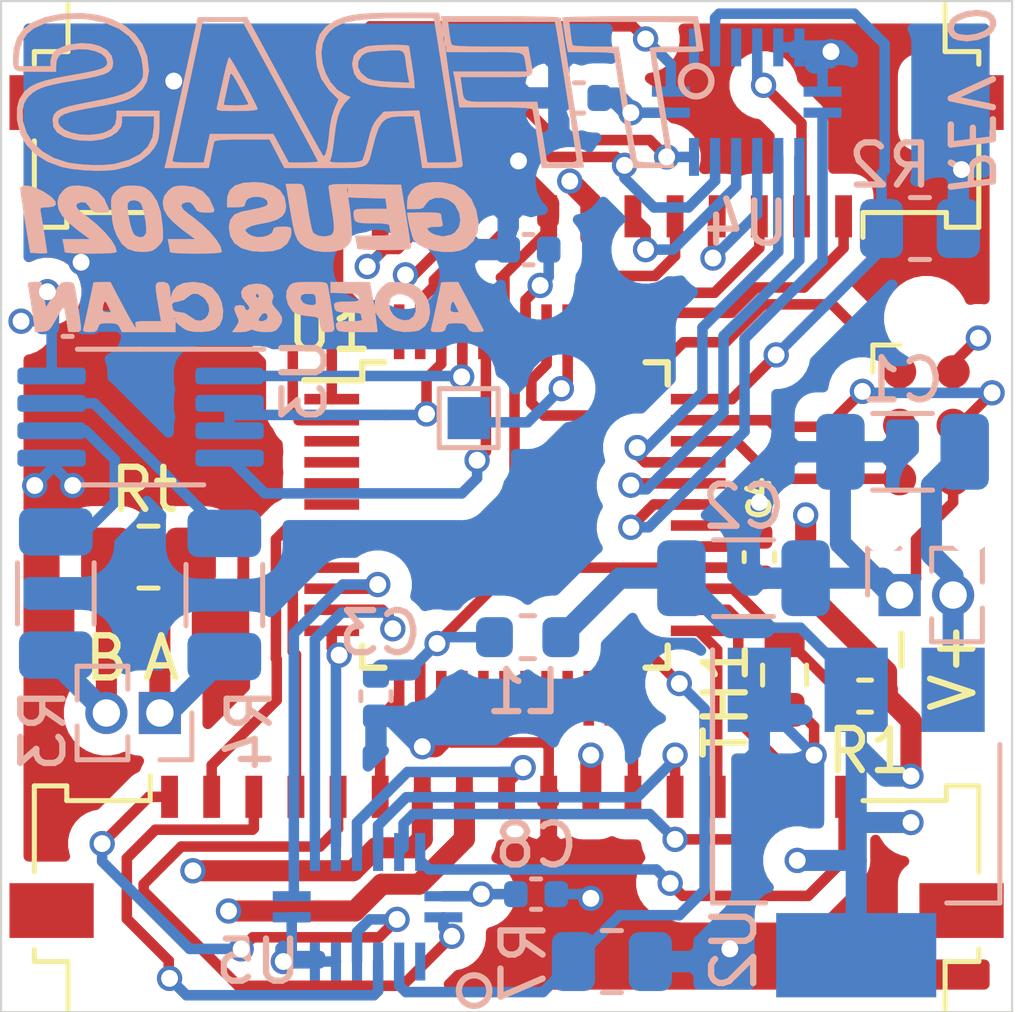
<source format=kicad_pcb>
(kicad_pcb (version 20171130) (host pcbnew "(5.1.10)-1")
  (layers (0 F.Cu signal hide) (1 In1.Cu signal hide) (2 In2.Cu signal hide) (31 B.Cu signal) (34 B.Paste user hide) (35 F.Paste user hide) (36 B.SilkS user) (37 F.SilkS user hide) (38 B.Mask user) (39 F.Mask user hide) (44 Edge.Cuts user))
  (net 0 "")
  (net 1 Vin)
  (net 2 GND)
  (net 3 +3V3)
  (net 4 RS485_A-)
  (net 5 "Net-(R3-Pad2)")
  (net 6 "Net-(R4-Pad2)")
  (net 7 UART_RX)
  (net 8 UART_TX)
  (net 9 RS485_EN)
  (net 10 "Net-(U1-Pad19)")
  (net 11 "Net-(U1-Pad22)")
  (net 12 A)
  (net 13 C)
  (net 14 ADC_THERM)
  (net 15 "Net-(U1-Pad17)")
  (net 16 "Net-(U1-Pad16)")
  (net 17 "Net-(U1-Pad9)")
  (net 18 TXD)
  (net 19 RXD)
  (net 20 "Net-(J3-Pad3)")
  (net 21 UPDI)
  (net 22 "Net-(C3-Pad1)")
  (net 23 "Net-(U1-Pad30)")
  (net 24 "Net-(U1-Pad21)")
  (net 25 "Net-(U1-Pad20)")
  (net 26 "Net-(U1-Pad18)")
  (net 27 RS485_B+)
  (net 28 "Net-(U1-Pad6)")
  (net 29 "Net-(U1-Pad3)")
  (net 30 S0)
  (net 31 S1)
  (net 32 S2)
  (net 33 "Net-(U4-Pad4)")
  (net 34 "Net-(U4-Pad2)")
  (net 35 "Net-(U1-Pad5)")
  (net 36 "Net-(U1-Pad4)")
  (net 37 A_TOP)
  (net 38 M-)
  (net 39 L-)
  (net 40 K-)
  (net 41 J-)
  (net 42 I-)
  (net 43 H-)
  (net 44 A-)
  (net 45 B-)
  (net 46 C-)
  (net 47 D-)
  (net 48 E-)
  (net 49 F-)
  (net 50 G-)
  (net 51 A_BOTTOM)
  (net 52 S0-)
  (net 53 S1-)
  (net 54 S2-)
  (net 55 "Net-(U5-Pad2)")
  (net 56 M)
  (net 57 L)
  (net 58 K)
  (net 59 J)
  (net 60 I)
  (net 61 H)
  (net 62 B)
  (net 63 D)
  (net 64 E)
  (net 65 F)
  (net 66 G)
  (net 67 "Net-(RST1-Pad1)")
  (module Resistor_SMD:R_0805_2012Metric (layer B.Cu) (at 34.5 42.8)
    (fp_text reference R7 (at -2.1 0 90) (layer B.SilkS) (effects (justify mirror)))
    (fp_text value 10k)
    (pad 2 smd roundrect (at 0.9125 0) (size 1.025 1.4) (layers B.Cu B.Paste B.Mask) (roundrect_rratio 0.2439014634146341) (net 2 GND))
    (pad 1 smd roundrect (at -0.9125 0) (size 1.025 1.4) (layers B.Cu B.Paste B.Mask) (roundrect_rratio 0.2439014634146341) (net 51 A_BOTTOM))
  )
  (module Resistor_SMD:R_0805_2012Metric (layer B.Cu) (at 41.8125 25.4)
    (fp_text reference R2 (at -0.7125 -1.5 180) (layer B.SilkS) (effects (justify mirror)))
    (fp_text value 10k)
    (pad 2 smd roundrect (at 0.9125 0) (size 1.025 1.4) (layers B.Cu B.Paste B.Mask) (roundrect_rratio 0.2439014634146341) (net 2 GND))
    (pad 1 smd roundrect (at -0.9125 0) (size 1.025 1.4) (layers B.Cu B.Paste B.Mask) (roundrect_rratio 0.2439014634146341) (net 37 A_TOP))
  )
  (module "Rare flowers:TFRAS" (layer B.Cu) (at 28.5 24.3 180)
    (fp_text reference H1 hide)
    (fp_text value logo hide)
  )
  (module Package_SO:MSOP-8_3x3mm_P0.65mm (layer B.Cu) (at 23.3125 29.875 180)
    (fp_text reference U3 (at -3.8875 0.875 90) (layer B.SilkS) (effects (justify mirror)))
    (fp_text value MAX3471)
    (pad 8 smd roundrect (at 2.1125 0.975 180) (size 1.625 0.4) (layers B.Cu B.Paste B.Mask) (net 3 +3V3))
    (pad 7 smd roundrect (at 2.1125 0.325 180) (size 1.625 0.4) (layers B.Cu B.Paste B.Mask) (net 6 "Net-(R4-Pad2)"))
    (pad 6 smd roundrect (at 2.1125 -0.325 180) (size 1.625 0.4) (layers B.Cu B.Paste B.Mask) (net 5 "Net-(R3-Pad2)"))
    (pad 5 smd roundrect (at 2.1125 -0.975 180) (size 1.625 0.4) (layers B.Cu B.Paste B.Mask) (net 2 GND))
    (pad 4 smd roundrect (at -2.1125 -0.975 180) (size 1.625 0.4) (layers B.Cu B.Paste B.Mask) (net 8 UART_TX))
    (pad 3 smd roundrect (at -2.1125 -0.325 180) (size 1.625 0.4) (layers B.Cu B.Paste B.Mask) (net 9 RS485_EN))
    (pad 2 smd roundrect (at -2.1125 0.325 180) (size 1.625 0.4) (layers B.Cu B.Paste B.Mask) (net 9 RS485_EN))
    (pad 1 smd roundrect (at -2.1125 0.975 180) (size 1.625 0.4) (layers B.Cu B.Paste B.Mask) (net 7 UART_RX))
  )
  (module Resistor_SMD:R_0603_1608Metric (layer F.Cu) (at 38.6 36 270)
    (fp_text reference TH1 (at 0.6 1.4 90) (layer F.SilkS))
    (fp_text value Thermistor_NTC_100K)
    (pad 2 smd roundrect (at 0.825 0 270) (size 0.8 0.95) (layers F.Cu F.Paste F.Mask) (net 2 GND))
    (pad 1 smd roundrect (at -0.825 0 270) (size 0.8 0.95) (layers F.Cu F.Paste F.Mask) (net 14 ADC_THERM))
  )
  (module "Rare flowers:SOT763-1(DHVQFN16)" (layer B.Cu) (at 37.7 22.4 270)
    (fp_text reference U4 (at 2.88 0.01 180) (layer B.SilkS) (effects (justify mirror)))
    (fp_text value 74HCT4051BQ)
    (pad 15 smd rect (at 1.3 1.25 270) (size 0.9 0.24) (layers B.Cu B.Paste B.Mask) (net 59 J))
    (pad 14 smd rect (at 1.3 0.75 270) (size 0.9 0.24) (layers B.Cu B.Paste B.Mask) (net 61 H))
    (pad 13 smd rect (at 1.3 0.25 270) (size 0.9 0.24) (layers B.Cu B.Paste B.Mask) (net 62 B))
    (pad 12 smd rect (at 1.3 -0.25 270) (size 0.9 0.24) (layers B.Cu B.Paste B.Mask) (net 63 D))
    (pad 11 smd rect (at 1.3 -0.75 270) (size 0.9 0.24) (layers B.Cu B.Paste B.Mask) (net 30 S0))
    (pad 10 smd rect (at 1.3 -1.25 270) (size 0.9 0.24) (layers B.Cu B.Paste B.Mask) (net 31 S1))
    (pad 7 smd rect (at -1.3 -1.25 270) (size 0.9 0.24) (layers B.Cu B.Paste B.Mask) (net 2 GND))
    (pad 6 smd rect (at -1.3 -0.75 270) (size 0.9 0.24) (layers B.Cu B.Paste B.Mask) (net 2 GND))
    (pad 5 smd rect (at -1.3 -0.25 270) (size 0.9 0.24) (layers B.Cu B.Paste B.Mask) (net 65 F))
    (pad 4 smd rect (at -1.3 0.25 270) (size 0.9 0.24) (layers B.Cu B.Paste B.Mask) (net 33 "Net-(U4-Pad4)"))
    (pad 3 smd rect (at -1.3 0.75 270) (size 0.9 0.24) (layers B.Cu B.Paste B.Mask) (net 37 A_TOP))
    (pad 2 smd rect (at -1.3 1.25 270) (size 0.9 0.24) (layers B.Cu B.Paste B.Mask) (net 34 "Net-(U4-Pad2)"))
    (pad 16 smd rect (at 0.25 1.8 270) (size 0.24 0.9) (layers B.Cu B.Paste B.Mask) (net 3 +3V3))
    (pad 9 smd rect (at 0.25 -1.8 270) (size 0.24 0.9) (layers B.Cu B.Paste B.Mask) (net 32 S2))
    (pad 8 smd rect (at -0.25 -1.8 270) (size 0.24 0.9) (layers B.Cu B.Paste B.Mask) (net 2 GND))
    (pad 1 smd rect (at -0.25 1.8 270) (size 0.24 0.9) (layers B.Cu B.Paste B.Mask) (net 57 L))
  )
  (module Connector_PinHeader_1.27mm:PinHeader_1x02_P1.27mm_Vertical (layer B.Cu) (at 41.33 34.1 270)
    (fp_text reference JPWR1 hide)
    (fp_text value Conn_01x02_Female hide)
    (pad 2 thru_hole oval (at 0 -1.27 270) (size 1 1) (drill 0.65) (layers *.Cu *.Mask) (net 1 Vin))
    (pad 1 thru_hole rect (at 0 0 270) (size 1 1) (drill 0.65) (layers *.Cu *.Mask) (net 2 GND))
  )
  (module Connector_PinHeader_1.27mm:PinHeader_1x02_P1.27mm_Vertical (layer B.Cu) (at 23.77 36.9 90)
    (fp_text reference RS4851 hide)
    (fp_text value Conn_01x02_Female hide)
    (pad 2 thru_hole oval (at 0 -1.27 90) (size 1 1) (drill 0.65) (layers *.Cu *.Mask) (net 27 RS485_B+))
    (pad 1 thru_hole rect (at 0 0 90) (size 1 1) (drill 0.65) (layers *.Cu *.Mask) (net 4 RS485_A-))
  )
  (module "Rare flowers:SOT763-1(DHVQFN16)" (layer B.Cu) (at 28.7 41.5 90)
    (fp_text reference U5 (at -1.3 -2.6 180) (layer B.SilkS) (effects (justify mirror)))
    (fp_text value 74HCT4051BQ)
    (pad 15 smd rect (at 1.3 1.25 90) (size 0.9 0.24) (layers B.Cu B.Paste B.Mask) (net 38 M-))
    (pad 14 smd rect (at 1.3 0.75 90) (size 0.9 0.24) (layers B.Cu B.Paste B.Mask) (net 40 K-))
    (pad 13 smd rect (at 1.3 0.25 90) (size 0.9 0.24) (layers B.Cu B.Paste B.Mask) (net 42 I-))
    (pad 12 smd rect (at 1.3 -0.25 90) (size 0.9 0.24) (layers B.Cu B.Paste B.Mask) (net 44 A-))
    (pad 11 smd rect (at 1.3 -0.75 90) (size 0.9 0.24) (layers B.Cu B.Paste B.Mask) (net 52 S0-))
    (pad 10 smd rect (at 1.3 -1.25 90) (size 0.9 0.24) (layers B.Cu B.Paste B.Mask) (net 53 S1-))
    (pad 7 smd rect (at -1.3 -1.25 90) (size 0.9 0.24) (layers B.Cu B.Paste B.Mask) (net 2 GND))
    (pad 6 smd rect (at -1.3 -0.75 90) (size 0.9 0.24) (layers B.Cu B.Paste B.Mask) (net 2 GND))
    (pad 5 smd rect (at -1.3 -0.25 90) (size 0.9 0.24) (layers B.Cu B.Paste B.Mask) (net 50 G-))
    (pad 4 smd rect (at -1.3 0.25 90) (size 0.9 0.24) (layers B.Cu B.Paste B.Mask) (net 48 E-))
    (pad 3 smd rect (at -1.3 0.75 90) (size 0.9 0.24) (layers B.Cu B.Paste B.Mask) (net 51 A_BOTTOM))
    (pad 2 smd rect (at -1.3 1.25 90) (size 0.9 0.24) (layers B.Cu B.Paste B.Mask) (net 55 "Net-(U5-Pad2)"))
    (pad 16 smd rect (at 0.25 1.8 90) (size 0.24 0.9) (layers B.Cu B.Paste B.Mask) (net 3 +3V3))
    (pad 9 smd rect (at 0.25 -1.8 90) (size 0.24 0.9) (layers B.Cu B.Paste B.Mask) (net 54 S2-))
    (pad 8 smd rect (at -0.25 -1.8 90) (size 0.24 0.9) (layers B.Cu B.Paste B.Mask) (net 2 GND))
    (pad 1 smd rect (at -0.25 1.8 90) (size 0.24 0.9) (layers B.Cu B.Paste B.Mask) (net 46 C-))
  )
  (module Resistor_SMD:R_1206_3216Metric (layer B.Cu) (at 25.3 34.1 90)
    (fp_text reference R4 (at -3.2 0.6 270) (layer B.SilkS) (effects (justify mirror)))
    (fp_text value 13)
    (pad 2 smd roundrect (at 1.4625 0 90) (size 1.125 1.75) (layers B.Cu B.Paste B.Mask) (roundrect_rratio 0.2222213333333333) (net 6 "Net-(R4-Pad2)"))
    (pad 1 smd roundrect (at -1.4625 0 90) (size 1.125 1.75) (layers B.Cu B.Paste B.Mask) (roundrect_rratio 0.2222213333333333) (net 4 RS485_A-))
  )
  (module Resistor_SMD:R_1206_3216Metric (layer B.Cu) (at 21.3 34.0625 90)
    (fp_text reference R3 (at -3.2375 -0.3 270) (layer B.SilkS) (effects (justify mirror)))
    (fp_text value 13)
    (pad 2 smd roundrect (at 1.4625 0 90) (size 1.125 1.75) (layers B.Cu B.Paste B.Mask) (roundrect_rratio 0.2222213333333333) (net 5 "Net-(R3-Pad2)"))
    (pad 1 smd roundrect (at -1.4625 0 90) (size 1.125 1.75) (layers B.Cu B.Paste B.Mask) (roundrect_rratio 0.2222213333333333) (net 27 RS485_B+))
  )
  (module Capacitor_SMD:C_1206_3216Metric (layer B.Cu) (at 37.625 33.7)
    (fp_text reference C2 (at 0 -1.7 180) (layer B.SilkS) (effects (justify mirror)))
    (fp_text value 100uF)
    (pad 2 smd roundrect (at 1.475 0) (size 1.15 1.8) (layers B.Cu B.Paste B.Mask) (roundrect_rratio 0.2173904347826087) (net 2 GND))
    (pad 1 smd roundrect (at -1.475 0) (size 1.15 1.8) (layers B.Cu B.Paste B.Mask) (roundrect_rratio 0.2173904347826087) (net 3 +3V3))
  )
  (module Capacitor_SMD:C_1206_3216Metric (layer B.Cu) (at 41.4 30.7 180)
    (fp_text reference C1 (at 0 1.7) (layer B.SilkS) (effects (justify mirror)))
    (fp_text value 10uF)
    (pad 2 smd roundrect (at 1.475 0 180) (size 1.15 1.8) (layers B.Cu B.Paste B.Mask) (roundrect_rratio 0.2173904347826087) (net 2 GND))
    (pad 1 smd roundrect (at -1.475 0 180) (size 1.15 1.8) (layers B.Cu B.Paste B.Mask) (roundrect_rratio 0.2173904347826087) (net 1 Vin))
  )
  (module Resistor_SMD:R_0805_2012Metric_Pad1.20x1.40mm_HandSolder (layer F.Cu) (at 23.5 33.2)
    (fp_text reference R8 hide)
    (fp_text value RTERM hide)
    (pad 2 smd roundrect (at 1 0) (size 1.2 1.4) (layers F.Cu F.Paste F.Mask) (roundrect_rratio 0.2083325) (net 4 RS485_A-))
    (pad 1 smd roundrect (at -1 0) (size 1.2 1.4) (layers F.Cu F.Paste F.Mask) (roundrect_rratio 0.2083325) (net 27 RS485_B+))
  )
  (module Package_TO_SOT_SMD:SOT-223-3_TabPin2 (layer B.Cu) (at 40.3 39.5 270)
    (fp_text reference U2 (at 3 2.9 90) (layer B.SilkS) (effects (justify mirror)))
    (fp_text value AMS1117-3.3)
    (pad 1 smd rect (at -3.15 2.3 270) (size 2 1.5) (layers B.Cu B.Paste B.Mask) (net 2 GND))
    (pad 3 smd rect (at -3.15 -2.3 270) (size 2 1.5) (layers B.Cu B.Paste B.Mask) (net 1 Vin))
    (pad 2 smd rect (at -3.15 0 270) (size 2 1.5) (layers B.Cu B.Paste B.Mask) (net 3 +3V3))
    (pad 2 smd rect (at 3.15 0 270) (size 2 3.8) (layers B.Cu B.Paste B.Mask) (net 3 +3V3))
  )
  (module Capacitor_SMD:C_0402_1005Metric (layer B.Cu) (at 32.7 41.2 180)
    (fp_text reference C8 (at 0 1.16) (layer B.SilkS) (effects (justify mirror)))
    (fp_text value 100nF)
    (pad 2 smd roundrect (at 0.48 0 180) (size 0.56 0.62) (layers B.Cu B.Paste B.Mask) (net 3 +3V3))
    (pad 1 smd roundrect (at -0.48 0 180) (size 0.56 0.62) (layers B.Cu B.Paste B.Mask) (net 2 GND))
  )
  (module TestPoint:TestPoint_Pad_1.0x1.0mm (layer B.Cu) (at 31.1 29.9)
    (fp_text reference RST1 hide)
    (fp_text value TestPoint_Small hide)
    (pad 1 smd rect (at 0 0) (size 1 1) (layers B.Cu B.Mask) (net 67 "Net-(RST1-Pad1)"))
  )
  (module Capacitor_SMD:C_0402_1005Metric (layer B.Cu) (at 33.72 22.3)
    (fp_text reference C7 hide)
    (fp_text value 100nF)
    (pad 2 smd roundrect (at 0.48 0) (size 0.56 0.62) (layers B.Cu B.Paste B.Mask) (net 3 +3V3))
    (pad 1 smd roundrect (at -0.48 0) (size 0.56 0.62) (layers B.Cu B.Paste B.Mask) (net 2 GND))
  )
  (module Connector_FFC-FPC:Molex_200528-0170_1x17-1MP_P1.00mm_Horizontal (layer F.Cu) (at 32 39.8)
    (fp_text reference J1 hide)
    (fp_text value BOTTOM)
    (pad 17 smd rect (at 8 -0.91) (size 0.4 1) (layers F.Cu F.Paste F.Mask) (net 38 M-))
    (pad 16 smd rect (at 7 -0.91) (size 0.4 1) (layers F.Cu F.Paste F.Mask) (net 39 L-))
    (pad 15 smd rect (at 6 -0.91) (size 0.4 1) (layers F.Cu F.Paste F.Mask) (net 40 K-))
    (pad 14 smd rect (at 5 -0.91) (size 0.4 1) (layers F.Cu F.Paste F.Mask) (net 41 J-))
    (pad 13 smd rect (at 4 -0.91) (size 0.4 1) (layers F.Cu F.Paste F.Mask) (net 42 I-))
    (pad 12 smd rect (at 3 -0.91) (size 0.4 1) (layers F.Cu F.Paste F.Mask) (net 43 H-))
    (pad 11 smd rect (at 2 -0.91) (size 0.4 1) (layers F.Cu F.Paste F.Mask) (net 1 Vin))
    (pad 10 smd rect (at 1 -0.91) (size 0.4 1) (layers F.Cu F.Paste F.Mask) (net 2 GND))
    (pad 9 smd rect (at 0 -0.91) (size 0.4 1) (layers F.Cu F.Paste F.Mask) (net 44 A-))
    (pad 8 smd rect (at -1 -0.91) (size 0.4 1) (layers F.Cu F.Paste F.Mask) (net 27 RS485_B+))
    (pad 7 smd rect (at -2 -0.91) (size 0.4 1) (layers F.Cu F.Paste F.Mask) (net 4 RS485_A-))
    (pad 6 smd rect (at -3 -0.91) (size 0.4 1) (layers F.Cu F.Paste F.Mask) (net 45 B-))
    (pad 5 smd rect (at -4 -0.91) (size 0.4 1) (layers F.Cu F.Paste F.Mask) (net 46 C-))
    (pad 4 smd rect (at -5 -0.91) (size 0.4 1) (layers F.Cu F.Paste F.Mask) (net 47 D-))
    (pad 3 smd rect (at -6 -0.91) (size 0.4 1) (layers F.Cu F.Paste F.Mask) (net 48 E-))
    (pad 2 smd rect (at -7 -0.91) (size 0.4 1) (layers F.Cu F.Paste F.Mask) (net 49 F-))
    (pad 1 smd rect (at -8 -0.91) (size 0.4 1) (layers F.Cu F.Paste F.Mask) (net 50 G-))
    (pad MP smd rect (at 10.8 1.79) (size 2 1.3) (layers F.Cu F.Paste F.Mask))
    (pad MP smd rect (at -10.8 1.79) (size 2 1.3) (layers F.Cu F.Paste F.Mask))
  )
  (module Package_QFP:TQFP-48_7x7mm_P0.5mm (layer F.Cu) (at 32.2 32.2)
    (fp_text reference U1 (at -4.4 -4.4) (layer F.SilkS))
    (fp_text value ATmega4809-A)
    (pad 48 smd rect (at -2.75 -4.35 90) (size 1.3 0.25) (layers F.Cu F.Paste F.Mask) (net 60 I))
    (pad 47 smd rect (at -2.25 -4.35 90) (size 1.3 0.25) (layers F.Cu F.Paste F.Mask) (net 12 A))
    (pad 46 smd rect (at -1.75 -4.35 90) (size 1.3 0.25) (layers F.Cu F.Paste F.Mask) (net 9 RS485_EN))
    (pad 45 smd rect (at -1.25 -4.35 90) (size 1.3 0.25) (layers F.Cu F.Paste F.Mask) (net 7 UART_RX))
    (pad 44 smd rect (at -0.75 -4.35 90) (size 1.3 0.25) (layers F.Cu F.Paste F.Mask) (net 8 UART_TX))
    (pad 43 smd rect (at -0.25 -4.35 90) (size 1.3 0.25) (layers F.Cu F.Paste F.Mask) (net 2 GND))
    (pad 42 smd rect (at 0.25 -4.35 90) (size 1.3 0.25) (layers F.Cu F.Paste F.Mask) (net 22 "Net-(C3-Pad1)"))
    (pad 41 smd rect (at 0.75 -4.35 90) (size 1.3 0.25) (layers F.Cu F.Paste F.Mask) (net 21 UPDI))
    (pad 40 smd rect (at 1.25 -4.35 90) (size 1.3 0.25) (layers F.Cu F.Paste F.Mask) (net 67 "Net-(RST1-Pad1)"))
    (pad 39 smd rect (at 1.75 -4.35 90) (size 1.3 0.25) (layers F.Cu F.Paste F.Mask) (net 13 C))
    (pad 38 smd rect (at 2.25 -4.35 90) (size 1.3 0.25) (layers F.Cu F.Paste F.Mask) (net 64 E))
    (pad 37 smd rect (at 2.75 -4.35 90) (size 1.3 0.25) (layers F.Cu F.Paste F.Mask) (net 66 G))
    (pad 36 smd rect (at 4.35 -2.75) (size 1.3 0.25) (layers F.Cu F.Paste F.Mask) (net 37 A_TOP))
    (pad 35 smd rect (at 4.35 -2.25) (size 1.3 0.25) (layers F.Cu F.Paste F.Mask) (net 19 RXD))
    (pad 34 smd rect (at 4.35 -1.75) (size 1.3 0.25) (layers F.Cu F.Paste F.Mask) (net 18 TXD))
    (pad 33 smd rect (at 4.35 -1.25) (size 1.3 0.25) (layers F.Cu F.Paste F.Mask) (net 30 S0))
    (pad 32 smd rect (at 4.35 -0.75) (size 1.3 0.25) (layers F.Cu F.Paste F.Mask) (net 31 S1))
    (pad 31 smd rect (at 4.35 -0.25) (size 1.3 0.25) (layers F.Cu F.Paste F.Mask) (net 32 S2))
    (pad 30 smd rect (at 4.35 0.25) (size 1.3 0.25) (layers F.Cu F.Paste F.Mask) (net 23 "Net-(U1-Pad30)"))
    (pad 29 smd rect (at 4.35 0.75) (size 1.3 0.25) (layers F.Cu F.Paste F.Mask) (net 2 GND))
    (pad 28 smd rect (at 4.35 1.25) (size 1.3 0.25) (layers F.Cu F.Paste F.Mask) (net 22 "Net-(C3-Pad1)"))
    (pad 27 smd rect (at 4.35 1.75) (size 1.3 0.25) (layers F.Cu F.Paste F.Mask) (net 14 ADC_THERM))
    (pad 26 smd rect (at 4.35 2.25) (size 1.3 0.25) (layers F.Cu F.Paste F.Mask) (net 39 L-))
    (pad 25 smd rect (at 4.35 2.75) (size 1.3 0.25) (layers F.Cu F.Paste F.Mask) (net 41 J-))
    (pad 24 smd rect (at 2.75 4.35 90) (size 1.3 0.25) (layers F.Cu F.Paste F.Mask) (net 43 H-))
    (pad 23 smd rect (at 2.25 4.35 90) (size 1.3 0.25) (layers F.Cu F.Paste F.Mask) (net 51 A_BOTTOM))
    (pad 22 smd rect (at 1.75 4.35 90) (size 1.3 0.25) (layers F.Cu F.Paste F.Mask) (net 11 "Net-(U1-Pad22)"))
    (pad 21 smd rect (at 1.25 4.35 90) (size 1.3 0.25) (layers F.Cu F.Paste F.Mask) (net 24 "Net-(U1-Pad21)"))
    (pad 20 smd rect (at 0.75 4.35 90) (size 1.3 0.25) (layers F.Cu F.Paste F.Mask) (net 25 "Net-(U1-Pad20)"))
    (pad 19 smd rect (at 0.25 4.35 90) (size 1.3 0.25) (layers F.Cu F.Paste F.Mask) (net 10 "Net-(U1-Pad19)"))
    (pad 18 smd rect (at -0.25 4.35 90) (size 1.3 0.25) (layers F.Cu F.Paste F.Mask) (net 26 "Net-(U1-Pad18)"))
    (pad 17 smd rect (at -0.75 4.35 90) (size 1.3 0.25) (layers F.Cu F.Paste F.Mask) (net 15 "Net-(U1-Pad17)"))
    (pad 16 smd rect (at -1.25 4.35 90) (size 1.3 0.25) (layers F.Cu F.Paste F.Mask) (net 16 "Net-(U1-Pad16)"))
    (pad 15 smd rect (at -1.75 4.35 90) (size 1.3 0.25) (layers F.Cu F.Paste F.Mask) (net 2 GND))
    (pad 14 smd rect (at -2.25 4.35 90) (size 1.3 0.25) (layers F.Cu F.Paste F.Mask) (net 22 "Net-(C3-Pad1)"))
    (pad 13 smd rect (at -2.75 4.35 90) (size 1.3 0.25) (layers F.Cu F.Paste F.Mask) (net 45 B-))
    (pad 12 smd rect (at -4.35 2.75) (size 1.3 0.25) (layers F.Cu F.Paste F.Mask) (net 52 S0-))
    (pad 11 smd rect (at -4.35 2.25) (size 1.3 0.25) (layers F.Cu F.Paste F.Mask) (net 53 S1-))
    (pad 10 smd rect (at -4.35 1.75) (size 1.3 0.25) (layers F.Cu F.Paste F.Mask) (net 54 S2-))
    (pad 9 smd rect (at -4.35 1.25) (size 1.3 0.25) (layers F.Cu F.Paste F.Mask) (net 17 "Net-(U1-Pad9)"))
    (pad 8 smd rect (at -4.35 0.75) (size 1.3 0.25) (layers F.Cu F.Paste F.Mask) (net 47 D-))
    (pad 7 smd rect (at -4.35 0.25) (size 1.3 0.25) (layers F.Cu F.Paste F.Mask) (net 49 F-))
    (pad 6 smd rect (at -4.35 -0.25) (size 1.3 0.25) (layers F.Cu F.Paste F.Mask) (net 28 "Net-(U1-Pad6)"))
    (pad 5 smd rect (at -4.35 -0.75) (size 1.3 0.25) (layers F.Cu F.Paste F.Mask) (net 35 "Net-(U1-Pad5)"))
    (pad 4 smd rect (at -4.35 -1.25) (size 1.3 0.25) (layers F.Cu F.Paste F.Mask) (net 36 "Net-(U1-Pad4)"))
    (pad 3 smd rect (at -4.35 -1.75) (size 1.3 0.25) (layers F.Cu F.Paste F.Mask) (net 29 "Net-(U1-Pad3)"))
    (pad 2 smd rect (at -4.35 -2.25) (size 1.3 0.25) (layers F.Cu F.Paste F.Mask) (net 56 M))
    (pad 1 smd rect (at -4.35 -2.75) (size 1.3 0.25) (layers F.Cu F.Paste F.Mask) (net 58 K))
  )
  (module Inductor_SMD:L_0603_1608Metric (layer B.Cu) (at 32.5 35.1 180)
    (fp_text reference L1 (at 0.1 -1.3) (layer B.SilkS) (effects (justify mirror)))
    (fp_text value 10uH)
    (pad 2 smd roundrect (at 0.7875 0 180) (size 0.875 0.95) (layers B.Cu B.Paste B.Mask) (net 22 "Net-(C3-Pad1)"))
    (pad 1 smd roundrect (at -0.7875 0 180) (size 0.875 0.95) (layers B.Cu B.Paste B.Mask) (net 3 +3V3))
  )
  (module Capacitor_SMD:C_0402_1005Metric (layer B.Cu) (at 32.52 25.9 180)
    (fp_text reference C5 hide)
    (fp_text value 100nF)
    (pad 2 smd roundrect (at 0.48 0 180) (size 0.56 0.62) (layers B.Cu B.Paste B.Mask) (net 2 GND))
    (pad 1 smd roundrect (at -0.48 0 180) (size 0.56 0.62) (layers B.Cu B.Paste B.Mask) (net 22 "Net-(C3-Pad1)"))
  )
  (module Capacitor_SMD:C_0402_1005Metric (layer F.Cu) (at 38 33.2 90)
    (fp_text reference C4 (at 1.4 0 90) (layer F.SilkS) (effects (font (size 0.5 0.5) (thickness 0.125))))
    (fp_text value 100nF)
    (pad 2 smd roundrect (at 0.48 0 90) (size 0.56 0.62) (layers F.Cu F.Paste F.Mask) (net 2 GND))
    (pad 1 smd roundrect (at -0.48 0 90) (size 0.56 0.62) (layers F.Cu F.Paste F.Mask) (net 22 "Net-(C3-Pad1)"))
  )
  (module Capacitor_SMD:C_0402_1005Metric (layer B.Cu) (at 28.9 36.5 270)
    (fp_text reference C3 (at -1.5 -0.1 180) (layer B.SilkS) (effects (justify mirror)))
    (fp_text value 100nF)
    (pad 2 smd roundrect (at 0.48 0 270) (size 0.56 0.62) (layers B.Cu B.Paste B.Mask) (net 2 GND))
    (pad 1 smd roundrect (at -0.48 0 270) (size 0.56 0.62) (layers B.Cu B.Paste B.Mask) (net 22 "Net-(C3-Pad1)"))
  )
  (module Connector:Tag-Connect_TC2030-IDC-NL_2x03_P1.27mm_Vertical (layer F.Cu) (at 41.965 30.07 270)
    (fp_text reference J3 hide)
    (fp_text value UPDI-POGO hide)
    (pad 6 connect circle (at 1.27 -0.635 270) (size 0.7874 0.7874) (layers F.Cu F.Mask) (net 2 GND))
    (pad 5 connect circle (at 1.27 0.635 270) (size 0.7874 0.7874) (layers F.Cu F.Mask) (net 18 TXD))
    (pad 4 connect circle (at 0 -0.635 270) (size 0.7874 0.7874) (layers F.Cu F.Mask) (net 19 RXD))
    (pad 3 connect circle (at 0 0.635 270) (size 0.7874 0.7874) (layers F.Cu F.Mask) (net 20 "Net-(J3-Pad3)"))
    (pad 2 connect circle (at -1.27 -0.635 270) (size 0.7874 0.7874) (layers F.Cu F.Mask) (net 3 +3V3))
    (pad 1 connect circle (at -1.27 0.635 270) (size 0.7874 0.7874) (layers F.Cu F.Mask) (net 21 UPDI))
    (pad "" np_thru_hole circle (at -2.54 0 270) (size 0.9906 0.9906) (drill 0.9906) (layers *.Cu *.Mask))
    (pad "" np_thru_hole circle (at 2.54 1.016 270) (size 0.9906 0.9906) (drill 0.9906) (layers *.Cu *.Mask))
    (pad "" np_thru_hole circle (at 2.54 -1.016 270) (size 0.9906 0.9906) (drill 0.9906) (layers *.Cu *.Mask))
  )
  (module Resistor_SMD:R_0402_1005Metric (layer F.Cu) (at 40.51 36.5 180)
    (fp_text reference R1 (at -0.09 -1.3) (layer F.SilkS))
    (fp_text value 100k)
    (pad 2 smd roundrect (at 0.51 0 180) (size 0.54 0.64) (layers F.Cu F.Paste F.Mask) (net 14 ADC_THERM))
    (pad 1 smd roundrect (at -0.51 0 180) (size 0.54 0.64) (layers F.Cu F.Paste F.Mask) (net 3 +3V3))
  )
  (module Connector_FFC-FPC:Molex_200528-0170_1x17-1MP_P1.00mm_Horizontal (layer F.Cu) (at 32 24.2 180)
    (fp_text reference J4 hide)
    (fp_text value TOP)
    (pad 17 smd rect (at 8 -0.91 180) (size 0.4 1) (layers F.Cu F.Paste F.Mask) (net 56 M))
    (pad 16 smd rect (at 7 -0.91 180) (size 0.4 1) (layers F.Cu F.Paste F.Mask) (net 57 L))
    (pad 15 smd rect (at 6 -0.91 180) (size 0.4 1) (layers F.Cu F.Paste F.Mask) (net 58 K))
    (pad 14 smd rect (at 5 -0.91 180) (size 0.4 1) (layers F.Cu F.Paste F.Mask) (net 59 J))
    (pad 13 smd rect (at 4 -0.91 180) (size 0.4 1) (layers F.Cu F.Paste F.Mask) (net 60 I))
    (pad 12 smd rect (at 3 -0.91 180) (size 0.4 1) (layers F.Cu F.Paste F.Mask) (net 61 H))
    (pad 11 smd rect (at 2 -0.91 180) (size 0.4 1) (layers F.Cu F.Paste F.Mask) (net 4 RS485_A-))
    (pad 10 smd rect (at 1 -0.91 180) (size 0.4 1) (layers F.Cu F.Paste F.Mask) (net 27 RS485_B+))
    (pad 9 smd rect (at 0 -0.91 180) (size 0.4 1) (layers F.Cu F.Paste F.Mask) (net 12 A))
    (pad 8 smd rect (at -1 -0.91 180) (size 0.4 1) (layers F.Cu F.Paste F.Mask) (net 2 GND))
    (pad 7 smd rect (at -2 -0.91 180) (size 0.4 1) (layers F.Cu F.Paste F.Mask) (net 1 Vin))
    (pad 6 smd rect (at -3 -0.91 180) (size 0.4 1) (layers F.Cu F.Paste F.Mask) (net 62 B))
    (pad 5 smd rect (at -4 -0.91 180) (size 0.4 1) (layers F.Cu F.Paste F.Mask) (net 13 C))
    (pad 4 smd rect (at -5 -0.91 180) (size 0.4 1) (layers F.Cu F.Paste F.Mask) (net 63 D))
    (pad 3 smd rect (at -6 -0.91 180) (size 0.4 1) (layers F.Cu F.Paste F.Mask) (net 64 E))
    (pad 2 smd rect (at -7 -0.91 180) (size 0.4 1) (layers F.Cu F.Paste F.Mask) (net 65 F))
    (pad 1 smd rect (at -8 -0.91 180) (size 0.4 1) (layers F.Cu F.Paste F.Mask) (net 66 G))
    (pad MP smd rect (at 10.8 1.79 180) (size 2 1.3) (layers F.Cu F.Paste F.Mask))
    (pad MP smd rect (at -10.8 1.79 180) (size 2 1.3) (layers F.Cu F.Paste F.Mask))
  )
  (module Capacitor_SMD:C_0402_1005Metric (layer B.Cu) (at 21.58 27.6 180)
    (fp_text reference C6 hide)
    (fp_text value 100nF)
    (pad 1 smd roundrect (at -0.48 0 180) (size 0.56 0.62) (layers B.Cu B.Paste B.Mask) (net 2 GND))
    (pad 2 smd roundrect (at 0.48 0 180) (size 0.56 0.62) (layers B.Cu B.Paste B.Mask) (net 3 +3V3))
  )
  (gr_text Rt (at 23.4 31.6) (layer F.SilkS) (effects (font (size 1 1))))
  (gr_text "REV 0" (at 43 22.4 -90) (layer B.SilkS) (effects (font (size 1 1) (thickness 0.15) italic) (justify mirror)))
  (gr_text B (at 22.5 35.6) (layer F.SilkS) (effects (font (size 1 1))))
  (gr_text A (at 23.8 35.6) (layer F.SilkS) (effects (font (size 1 1))))
  (gr_text - (at 41.3 35.4 90) (layer F.SilkS) (effects (font (size 1 1))))
  (gr_text V+ (at 42.6 35.8 90) (layer F.SilkS) (effects (font (size 1 1))))
  (gr_line (start 20 44) (end 20 20) (layer Edge.Cuts) (width 0.05))
  (gr_line (start 44 44) (end 20 44) (layer Edge.Cuts) (width 0.05))
  (gr_line (start 44 20) (end 44 44) (layer Edge.Cuts) (width 0.05))
  (gr_line (start 20 20) (end 44 20) (layer Edge.Cuts) (width 0.05))
  (segment (start 34 25.11) (end 34 25.6) (width 0.5) (layer F.Cu) (net 1))
  (segment (start 42.6 36.15) (end 42.6 34.1) (width 0.5) (layer B.Cu) (net 1))
  (segment (start 42.6 33.649998) (end 42.6 34.1) (width 0.5) (layer B.Cu) (net 1))
  (segment (start 42.085699 33.135697) (end 42.6 33.649998) (width 0.5) (layer B.Cu) (net 1))
  (segment (start 42.085699 31.489301) (end 42.085699 33.135697) (width 0.5) (layer B.Cu) (net 1))
  (segment (start 42.875 30.7) (end 42.085699 31.489301) (width 0.5) (layer B.Cu) (net 1))
  (segment (start 34 25.11) (end 34 24.774523) (width 0.5) (layer F.Cu) (net 1))
  (via (at 33.500489 24.275012) (size 0.6) (drill 0.4) (layers F.Cu B.Cu) (net 1))
  (segment (start 34 24.774523) (end 33.500489 24.275012) (width 0.5) (layer F.Cu) (net 1))
  (via (at 34 37.9) (size 0.6) (drill 0.4) (layers F.Cu B.Cu) (net 1))
  (segment (start 34 38.89) (end 34 37.9) (width 0.5) (layer F.Cu) (net 1))
  (segment (start 37.57 32.95) (end 36.55 32.95) (width 0.25) (layer F.Cu) (net 2))
  (segment (start 37.8 32.72) (end 37.57 32.95) (width 0.25) (layer F.Cu) (net 2))
  (via (at 24.1 21.9) (size 0.6) (drill 0.4) (layers F.Cu B.Cu) (net 2))
  (segment (start 41.719301 33.710699) (end 41.33 34.1) (width 0.25) (layer F.Cu) (net 2))
  (segment (start 41.719301 32.777474) (end 41.719301 33.710699) (width 0.25) (layer F.Cu) (net 2))
  (segment (start 42.6 31.896775) (end 41.719301 32.777474) (width 0.25) (layer F.Cu) (net 2))
  (segment (start 42.6 31.34) (end 42.6 31.896775) (width 0.25) (layer F.Cu) (net 2))
  (segment (start 33 38.89) (end 33 37.7) (width 0.25) (layer F.Cu) (net 2))
  (segment (start 33 37.7) (end 32.9 37.6) (width 0.25) (layer F.Cu) (net 2))
  (segment (start 32.9 37.6) (end 30.7 37.6) (width 0.25) (layer F.Cu) (net 2))
  (segment (start 30.45 37.35) (end 30.45 36.55) (width 0.25) (layer F.Cu) (net 2))
  (segment (start 30.7 37.6) (end 30.45 37.35) (width 0.25) (layer F.Cu) (net 2))
  (segment (start 39.925 30.7) (end 39.925 32.875) (width 0.5) (layer B.Cu) (net 2))
  (segment (start 41.15 34.1) (end 39.925 32.875) (width 0.5) (layer B.Cu) (net 2))
  (segment (start 41.33 34.1) (end 41.15 34.1) (width 0.5) (layer B.Cu) (net 2))
  (segment (start 38 36.6) (end 39.3 37.9) (width 0.25) (layer B.Cu) (net 2))
  (segment (start 39.3 37.220331) (end 39.013553 36.933884) (width 0.25) (layer F.Cu) (net 2))
  (segment (start 39.3 37.9) (end 39.3 37.220331) (width 0.25) (layer F.Cu) (net 2))
  (segment (start 38 36.35) (end 38 36.6) (width 0.25) (layer B.Cu) (net 2))
  (via (at 39.3 37.9) (size 0.6) (drill 0.4) (layers F.Cu B.Cu) (net 2))
  (segment (start 38.95 21.1) (end 38.45 21.1) (width 0.25) (layer B.Cu) (net 2))
  (segment (start 39.5 22.15) (end 39.5 21.65) (width 0.25) (layer B.Cu) (net 2))
  (segment (start 32.283536 24.093536) (end 32.283536 23.796774) (width 0.5) (layer F.Cu) (net 2))
  (via (at 32.283536 23.796774) (size 0.6) (drill 0.4) (layers F.Cu B.Cu) (net 2))
  (segment (start 33 25.11) (end 33 24.81) (width 0.5) (layer F.Cu) (net 2))
  (segment (start 33 24.81) (end 32.283536 24.093536) (width 0.5) (layer F.Cu) (net 2))
  (segment (start 32.28031 23.8) (end 32.283536 23.796774) (width 0.5) (layer F.Cu) (net 2))
  (segment (start 27.95 42.8) (end 27.45 42.8) (width 0.25) (layer B.Cu) (net 2))
  (segment (start 22.06 26.36) (end 21.9 26.2) (width 0.25) (layer B.Cu) (net 2))
  (via (at 21.9 26.2) (size 0.6) (drill 0.4) (layers F.Cu B.Cu) (net 2))
  (segment (start 22.06 27.6) (end 22.06 26.36) (width 0.25) (layer B.Cu) (net 2))
  (via (at 39.7 21.2) (size 0.6) (drill 0.4) (layers F.Cu B.Cu) (net 2))
  (segment (start 39.425 21.475) (end 39.7 21.2) (width 0.5) (layer B.Cu) (net 2))
  (segment (start 39.325 21.475) (end 39.425 21.475) (width 0.5) (layer B.Cu) (net 2))
  (segment (start 39.5 21.65) (end 39.325 21.475) (width 0.25) (layer B.Cu) (net 2))
  (segment (start 39.325 21.475) (end 38.95 21.1) (width 0.25) (layer B.Cu) (net 2))
  (via (at 30 37.7) (size 0.6) (drill 0.4) (layers F.Cu B.Cu) (net 2))
  (segment (start 30.3 37.7) (end 30.452499 37.547501) (width 0.5) (layer F.Cu) (net 2))
  (segment (start 30 37.7) (end 30.3 37.7) (width 0.5) (layer F.Cu) (net 2))
  (segment (start 29.28 36.98) (end 30 37.7) (width 0.5) (layer B.Cu) (net 2))
  (segment (start 28.9 36.98) (end 29.28 36.98) (width 0.5) (layer B.Cu) (net 2))
  (via (at 34 41.3) (size 0.6) (drill 0.4) (layers F.Cu B.Cu) (net 2))
  (segment (start 33.9 41.2) (end 34 41.3) (width 0.25) (layer B.Cu) (net 2))
  (segment (start 33.18 41.2) (end 33.9 41.2) (width 0.25) (layer B.Cu) (net 2))
  (segment (start 26.9 41.75) (end 27.223882 41.75) (width 0.25) (layer B.Cu) (net 2))
  (via (at 26.7 42.8) (size 0.6) (drill 0.4) (layers F.Cu B.Cu) (net 2))
  (segment (start 27.45 42.8) (end 26.7 42.8) (width 0.25) (layer B.Cu) (net 2))
  (segment (start 26.9 42.6) (end 26.7 42.8) (width 0.25) (layer B.Cu) (net 2))
  (segment (start 26.9 41.75) (end 26.9 42.6) (width 0.25) (layer B.Cu) (net 2))
  (via (at 37.3 42.5) (size 0.6) (drill 0.4) (layers F.Cu B.Cu) (net 2))
  (segment (start 40.93 33.7) (end 41.33 34.1) (width 0.5) (layer B.Cu) (net 2))
  (segment (start 39.1 33.7) (end 40.93 33.7) (width 0.5) (layer B.Cu) (net 2))
  (via (at 38 31.9) (size 0.6) (drill 0.4) (layers F.Cu B.Cu) (net 2))
  (segment (start 38 32.72) (end 38 31.9) (width 0.5) (layer F.Cu) (net 2))
  (via (at 20.8 31.5) (size 0.6) (drill 0.4) (layers F.Cu B.Cu) (net 2))
  (segment (start 21.2 31.1) (end 20.8 31.5) (width 0.25) (layer B.Cu) (net 2))
  (segment (start 21.2 30.85) (end 21.2 31.1) (width 0.25) (layer B.Cu) (net 2))
  (segment (start 21.2 31) (end 21.7 31.5) (width 0.25) (layer B.Cu) (net 2))
  (via (at 21.7 31.5) (size 0.6) (drill 0.4) (layers F.Cu B.Cu) (net 2))
  (segment (start 21.2 30.85) (end 21.2 31) (width 0.25) (layer B.Cu) (net 2))
  (via (at 42.8 24) (size 0.6) (drill 0.4) (layers F.Cu B.Cu) (net 2))
  (segment (start 37 42.8) (end 37.3 42.5) (width 0.25) (layer B.Cu) (net 2))
  (segment (start 35.4125 42.8) (end 37 42.8) (width 0.25) (layer B.Cu) (net 2))
  (segment (start 38 36.35) (end 38.583884 36.933884) (width 0.5) (layer B.Cu) (net 2))
  (segment (start 38.583884 36.933884) (end 39.013553 36.933884) (width 0.5) (layer B.Cu) (net 2))
  (segment (start 31.95 26.49) (end 31.95 27.85) (width 0.25) (layer F.Cu) (net 2))
  (segment (start 33 25.44) (end 31.95 26.49) (width 0.25) (layer F.Cu) (net 2))
  (segment (start 33 25.11) (end 33 25.44) (width 0.25) (layer F.Cu) (net 2))
  (segment (start 40.3 36.35) (end 40.3 36.2) (width 0.5) (layer B.Cu) (net 3))
  (segment (start 40.3 36.2) (end 38.97501 34.87501) (width 0.25) (layer B.Cu) (net 3))
  (segment (start 38.12499 34.87501) (end 37.32501 34.87501) (width 0.5) (layer B.Cu) (net 3))
  (segment (start 37.32501 34.87501) (end 36.15 33.7) (width 0.5) (layer B.Cu) (net 3))
  (segment (start 38.97501 34.87501) (end 38.12499 34.87501) (width 0.25) (layer B.Cu) (net 3))
  (segment (start 40.3 36.35) (end 40.3 37.7) (width 0.5) (layer B.Cu) (net 3))
  (via (at 41.6 38.4) (size 0.6) (drill 0.4) (layers F.Cu B.Cu) (net 3))
  (segment (start 41 38.4) (end 41.6 38.4) (width 0.5) (layer B.Cu) (net 3))
  (segment (start 40.3 37.7) (end 41 38.4) (width 0.5) (layer B.Cu) (net 3))
  (via (at 41.6 39.5) (size 0.6) (drill 0.4) (layers F.Cu B.Cu) (net 3))
  (segment (start 40.3 39.5) (end 41.6 39.5) (width 0.5) (layer B.Cu) (net 3))
  (segment (start 40.3 39.5) (end 40.3 36.15) (width 0.5) (layer B.Cu) (net 3))
  (via (at 38.9 40.4) (size 0.6) (drill 0.4) (layers F.Cu B.Cu) (net 3))
  (segment (start 40.3 42.45) (end 40.3 40.4) (width 0.5) (layer B.Cu) (net 3))
  (segment (start 40.3 40.4) (end 38.9 40.4) (width 0.5) (layer B.Cu) (net 3))
  (segment (start 40.3 40.4) (end 40.3 39.5) (width 0.5) (layer B.Cu) (net 3))
  (via (at 31.4 41.2) (size 0.6) (drill 0.4) (layers F.Cu B.Cu) (net 3))
  (segment (start 31.35 41.25) (end 31.4 41.2) (width 0.25) (layer B.Cu) (net 3))
  (segment (start 30.5 41.25) (end 31.35 41.25) (width 0.25) (layer B.Cu) (net 3))
  (segment (start 32.22 41.2) (end 31.4 41.2) (width 0.25) (layer B.Cu) (net 3))
  (via (at 43.2 28) (size 0.6) (drill 0.4) (layers F.Cu B.Cu) (net 3))
  (segment (start 42.6 28.6) (end 43.2 28) (width 0.25) (layer F.Cu) (net 3))
  (segment (start 42.6 28.8) (end 42.6 28.6) (width 0.25) (layer F.Cu) (net 3))
  (segment (start 34.6 22.3) (end 34.95 22.65) (width 0.5) (layer B.Cu) (net 3))
  (segment (start 34.2 22.3) (end 34.6 22.3) (width 0.5) (layer B.Cu) (net 3))
  (via (at 34.95 22.65) (size 0.6) (drill 0.4) (layers F.Cu B.Cu) (net 3))
  (segment (start 35.9 22.65) (end 34.95 22.65) (width 0.25) (layer B.Cu) (net 3))
  (segment (start 33.2875 35.1) (end 34.59375 33.79375) (width 0.5) (layer B.Cu) (net 3))
  (segment (start 34.6875 33.7) (end 34.59375 33.79375) (width 0.5) (layer B.Cu) (net 3))
  (segment (start 36.15 33.7) (end 34.6875 33.7) (width 0.5) (layer B.Cu) (net 3))
  (via (at 20.475 27.6) (size 0.6) (drill 0.4) (layers F.Cu B.Cu) (net 3))
  (segment (start 21.1 27.6) (end 20.475 27.6) (width 0.25) (layer B.Cu) (net 3))
  (via (at 21.1 26.9) (size 0.6) (drill 0.4) (layers F.Cu B.Cu) (net 3))
  (segment (start 21.1 27.6) (end 21.1 26.9) (width 0.25) (layer B.Cu) (net 3))
  (segment (start 21.2 27.7) (end 21.1 27.6) (width 0.25) (layer B.Cu) (net 3))
  (segment (start 21.2 28.9) (end 21.2 27.7) (width 0.25) (layer B.Cu) (net 3))
  (segment (start 41.02 35.92) (end 39.1 34) (width 0.5) (layer F.Cu) (net 3))
  (segment (start 41.02 36.5) (end 41.02 35.92) (width 0.5) (layer F.Cu) (net 3))
  (via (at 39.1 32.2) (size 0.6) (drill 0.4) (layers F.Cu B.Cu) (net 3))
  (segment (start 39.1 34) (end 39.1 32.2) (width 0.5) (layer F.Cu) (net 3))
  (segment (start 41.6 37.08) (end 41.02 36.5) (width 0.5) (layer F.Cu) (net 3))
  (segment (start 41.6 38.4) (end 41.6 37.08) (width 0.5) (layer F.Cu) (net 3))
  (segment (start 29.108753 25.885001) (end 28.929169 26.064585) (width 0.25) (layer F.Cu) (net 4))
  (segment (start 29.420001 25.885001) (end 29.108753 25.885001) (width 0.25) (layer F.Cu) (net 4))
  (segment (start 30 25.11) (end 30 25.305002) (width 0.25) (layer F.Cu) (net 4))
  (segment (start 28.693754 26.3) (end 28.929169 26.064585) (width 0.25) (layer B.Cu) (net 4))
  (segment (start 30 25.305002) (end 29.420001 25.885001) (width 0.25) (layer F.Cu) (net 4))
  (via (at 28.693754 26.3) (size 0.6) (drill 0.4) (layers F.Cu B.Cu) (net 4))
  (segment (start 28.929169 26.064585) (end 28.693754 26.3) (width 0.25) (layer F.Cu) (net 4))
  (via (at 24.554461 40.645539) (size 0.6) (drill 0.4) (layers F.Cu B.Cu) (net 4))
  (segment (start 28.354461 40.645539) (end 24.554461 40.645539) (width 0.5) (layer F.Cu) (net 4))
  (segment (start 30 39.89) (end 29.79 40.1) (width 0.5) (layer F.Cu) (net 4))
  (segment (start 30 38.89) (end 30 39.89) (width 0.5) (layer F.Cu) (net 4))
  (segment (start 29.79 40.1) (end 28.9 40.1) (width 0.5) (layer F.Cu) (net 4))
  (segment (start 28.9 40.1) (end 28.354461 40.645539) (width 0.5) (layer F.Cu) (net 4))
  (segment (start 23.77 33.93) (end 24.5 33.2) (width 0.5) (layer F.Cu) (net 4))
  (segment (start 23.77 36.9) (end 23.77 33.93) (width 0.5) (layer F.Cu) (net 4))
  (segment (start 23.9 36.9) (end 24 37) (width 0.25) (layer F.Cu) (net 4))
  (segment (start 23.77 36.9) (end 23.9 36.9) (width 0.25) (layer F.Cu) (net 4))
  (segment (start 23.9625 36.9) (end 25.3 35.5625) (width 0.5) (layer B.Cu) (net 4))
  (segment (start 23.77 36.9) (end 23.9625 36.9) (width 0.5) (layer B.Cu) (net 4))
  (segment (start 22.0125 30.2) (end 22.7 30.8875) (width 0.25) (layer B.Cu) (net 5))
  (segment (start 21.2 30.2) (end 22.0125 30.2) (width 0.25) (layer B.Cu) (net 5))
  (segment (start 22.7 30.8875) (end 22.7 31.9) (width 0.25) (layer B.Cu) (net 5))
  (segment (start 22 32.6) (end 21.3 32.6) (width 0.25) (layer B.Cu) (net 5))
  (segment (start 22.7 31.9) (end 22 32.6) (width 0.25) (layer B.Cu) (net 5))
  (segment (start 22.2125 29.55) (end 25.3 32.6375) (width 0.25) (layer B.Cu) (net 6))
  (segment (start 21.2 29.55) (end 22.2125 29.55) (width 0.25) (layer B.Cu) (net 6))
  (segment (start 30.95 27.85) (end 30.95 28.905958) (width 0.25) (layer F.Cu) (net 7))
  (segment (start 25.425 28.9) (end 30.912244 28.9) (width 0.25) (layer B.Cu) (net 7))
  (via (at 30.934101 28.921857) (size 0.6) (drill 0.4) (layers F.Cu B.Cu) (net 7))
  (segment (start 30.95 28.905958) (end 30.934101 28.921857) (width 0.25) (layer F.Cu) (net 7))
  (segment (start 30.912244 28.9) (end 30.934101 28.921857) (width 0.25) (layer B.Cu) (net 7))
  (via (at 31.3 30.9) (size 0.6) (drill 0.4) (layers F.Cu B.Cu) (net 8))
  (segment (start 26.262346 31.687346) (end 30.936918 31.687346) (width 0.25) (layer B.Cu) (net 8))
  (segment (start 31.3 31.324264) (end 31.3 30.9) (width 0.25) (layer B.Cu) (net 8))
  (segment (start 30.936918 31.687346) (end 31.3 31.324264) (width 0.25) (layer B.Cu) (net 8))
  (segment (start 25.425 30.85) (end 26.262346 31.687346) (width 0.25) (layer B.Cu) (net 8))
  (segment (start 31.509102 27.909102) (end 31.509102 30.690898) (width 0.25) (layer F.Cu) (net 8))
  (segment (start 31.45 27.85) (end 31.509102 27.909102) (width 0.25) (layer F.Cu) (net 8))
  (segment (start 31.509102 30.690898) (end 31.3 30.9) (width 0.25) (layer F.Cu) (net 8))
  (segment (start 25.425 29.825) (end 25.425 29.55) (width 0.25) (layer B.Cu) (net 9))
  (segment (start 25.425 30.2) (end 25.425 29.825) (width 0.25) (layer B.Cu) (net 9))
  (segment (start 25.425 29.825) (end 29.126276 29.825) (width 0.25) (layer B.Cu) (net 9))
  (via (at 30.1 29.8) (size 0.6) (drill 0.4) (layers F.Cu B.Cu) (net 9))
  (segment (start 30.075 29.825) (end 30.1 29.8) (width 0.25) (layer B.Cu) (net 9))
  (segment (start 29.126276 29.825) (end 30.075 29.825) (width 0.25) (layer B.Cu) (net 9))
  (segment (start 30.45 28.611562) (end 30.45 27.85) (width 0.25) (layer F.Cu) (net 9))
  (segment (start 30.1 28.961562) (end 30.45 28.611562) (width 0.25) (layer F.Cu) (net 9))
  (segment (start 30.1 29.8) (end 30.1 28.961562) (width 0.25) (layer F.Cu) (net 9))
  (segment (start 32 25.41) (end 32 25.11) (width 0.25) (layer F.Cu) (net 12))
  (segment (start 31.524999 25.885001) (end 32 25.41) (width 0.25) (layer F.Cu) (net 12))
  (segment (start 30.275001 26.624999) (end 31.014999 25.885001) (width 0.25) (layer F.Cu) (net 12))
  (segment (start 31.014999 25.885001) (end 31.524999 25.885001) (width 0.25) (layer F.Cu) (net 12))
  (segment (start 29.95 27.85) (end 29.95 27.101002) (width 0.25) (layer F.Cu) (net 12))
  (segment (start 30.275001 26.776001) (end 30.275001 26.624999) (width 0.25) (layer F.Cu) (net 12))
  (segment (start 29.95 27.101002) (end 30.275001 26.776001) (width 0.25) (layer F.Cu) (net 12))
  (segment (start 36 25.11) (end 36 26.051002) (width 0.25) (layer F.Cu) (net 13))
  (segment (start 36 26.051002) (end 35.526014 26.524988) (width 0.25) (layer F.Cu) (net 13))
  (segment (start 34.075012 26.524988) (end 33.95 26.65) (width 0.25) (layer F.Cu) (net 13))
  (segment (start 35.526014 26.524988) (end 34.075012 26.524988) (width 0.25) (layer F.Cu) (net 13))
  (segment (start 33.95 26.65) (end 33.95 27.85) (width 0.25) (layer F.Cu) (net 13))
  (segment (start 38.375 35.2) (end 38.375 34.875) (width 0.25) (layer F.Cu) (net 14))
  (segment (start 37.373086 33.95) (end 36.55 33.95) (width 0.25) (layer F.Cu) (net 14))
  (segment (start 38.298086 34.875) (end 37.373086 33.95) (width 0.25) (layer F.Cu) (net 14))
  (segment (start 38.375 34.875) (end 38.298086 34.875) (width 0.25) (layer F.Cu) (net 14))
  (segment (start 38.7 35.2) (end 40 36.5) (width 0.25) (layer F.Cu) (net 14))
  (segment (start 38.375 35.2) (end 38.7 35.2) (width 0.25) (layer F.Cu) (net 14))
  (segment (start 41.33 31.34) (end 38.34 31.34) (width 0.25) (layer F.Cu) (net 18))
  (segment (start 38.34 31.34) (end 37.45 30.45) (width 0.25) (layer F.Cu) (net 18))
  (segment (start 37.45 30.45) (end 36.55 30.45) (width 0.25) (layer F.Cu) (net 18))
  (via (at 43.525 29.3) (size 0.6) (drill 0.4) (layers F.Cu B.Cu) (net 19))
  (segment (start 42.755 30.07) (end 43.525 29.3) (width 0.25) (layer F.Cu) (net 19))
  (segment (start 42.6 30.07) (end 42.755 30.07) (width 0.25) (layer F.Cu) (net 19))
  (segment (start 38.233843 29.95) (end 38.389157 30.105314) (width 0.25) (layer F.Cu) (net 19))
  (segment (start 39.607873 30.105314) (end 40.447416 29.265771) (width 0.25) (layer F.Cu) (net 19))
  (segment (start 40.481645 29.3) (end 40.447416 29.265771) (width 0.25) (layer B.Cu) (net 19))
  (segment (start 43.525 29.3) (end 40.481645 29.3) (width 0.25) (layer B.Cu) (net 19))
  (segment (start 38.389157 30.105314) (end 39.607873 30.105314) (width 0.25) (layer F.Cu) (net 19))
  (via (at 40.447416 29.265771) (size 0.6) (drill 0.4) (layers F.Cu B.Cu) (net 19))
  (segment (start 36.55 29.95) (end 38.233843 29.95) (width 0.25) (layer F.Cu) (net 19))
  (segment (start 32.95 27.85) (end 32.95 28.530002) (width 0.25) (layer F.Cu) (net 21))
  (segment (start 41.304999 28.825001) (end 41.33 28.8) (width 0.25) (layer F.Cu) (net 21))
  (segment (start 38.1 27.2) (end 39.73 27.2) (width 0.25) (layer F.Cu) (net 21))
  (segment (start 32.95 27.85) (end 32.95 28.626948) (width 0.25) (layer F.Cu) (net 21))
  (segment (start 32.887974 29.838978) (end 34.461022 29.838978) (width 0.25) (layer F.Cu) (net 21))
  (segment (start 36.2 28.1) (end 37.2 28.1) (width 0.25) (layer F.Cu) (net 21))
  (segment (start 32.588974 29.539978) (end 32.887974 29.838978) (width 0.25) (layer F.Cu) (net 21))
  (segment (start 34.461022 29.838978) (end 36.2 28.1) (width 0.25) (layer F.Cu) (net 21))
  (segment (start 39.73 27.2) (end 41.33 28.8) (width 0.25) (layer F.Cu) (net 21))
  (segment (start 37.2 28.1) (end 38.1 27.2) (width 0.25) (layer F.Cu) (net 21))
  (segment (start 32.95 28.626948) (end 32.588974 28.987974) (width 0.25) (layer F.Cu) (net 21))
  (segment (start 32.588974 28.987974) (end 32.588974 29.539978) (width 0.25) (layer F.Cu) (net 21))
  (segment (start 37.57 33.45) (end 36.55 33.45) (width 0.25) (layer F.Cu) (net 22))
  (segment (start 37.8 33.68) (end 37.57 33.45) (width 0.25) (layer F.Cu) (net 22))
  (segment (start 29.95 36.55) (end 29.95 35.65) (width 0.25) (layer F.Cu) (net 22))
  (segment (start 31.7125 35.1) (end 31.7125 34.8875) (width 0.25) (layer B.Cu) (net 22))
  (segment (start 29.72 35.88) (end 29.95 35.65) (width 0.25) (layer B.Cu) (net 22))
  (segment (start 29.04 35.88) (end 28.9 36.02) (width 0.5) (layer B.Cu) (net 22))
  (segment (start 29.72 35.88) (end 29.04 35.88) (width 0.5) (layer B.Cu) (net 22))
  (via (at 32.79693 26.750874) (size 0.6) (drill 0.4) (layers F.Cu B.Cu) (net 22))
  (segment (start 32.45 27.097804) (end 32.45 27.85) (width 0.25) (layer F.Cu) (net 22))
  (segment (start 32.79693 26.750874) (end 32.45 27.097804) (width 0.25) (layer F.Cu) (net 22))
  (segment (start 29.95 35.65) (end 30.35 35.25) (width 0.25) (layer F.Cu) (net 22))
  (segment (start 32.45 28.561248) (end 32.45 27.85) (width 0.25) (layer F.Cu) (net 22))
  (segment (start 32.188963 28.822285) (end 32.45 28.561248) (width 0.25) (layer F.Cu) (net 22))
  (segment (start 30.5 35.1) (end 29.95 35.65) (width 0.25) (layer B.Cu) (net 22))
  (segment (start 31.7125 35.1) (end 30.5 35.1) (width 0.25) (layer B.Cu) (net 22))
  (segment (start 33 26.547804) (end 32.79693 26.750874) (width 0.25) (layer B.Cu) (net 22))
  (segment (start 33 25.9) (end 33 26.547804) (width 0.25) (layer B.Cu) (net 22))
  (segment (start 32.75 33.45) (end 32.188963 32.888963) (width 0.25) (layer F.Cu) (net 22))
  (segment (start 36.55 33.45) (end 32.75 33.45) (width 0.25) (layer F.Cu) (net 22))
  (segment (start 32.188963 32.888963) (end 32.188963 28.822285) (width 0.25) (layer F.Cu) (net 22))
  (segment (start 32.188963 33.411037) (end 31.7 33.9) (width 0.25) (layer F.Cu) (net 22))
  (segment (start 32.188963 32.888963) (end 32.188963 33.411037) (width 0.25) (layer F.Cu) (net 22))
  (segment (start 30.35 35.25) (end 31.7 33.9) (width 0.25) (layer F.Cu) (net 22))
  (via (at 30.35 35.25) (size 0.6) (drill 0.4) (layers F.Cu B.Cu) (net 22))
  (segment (start 21.341058 35.275) (end 20.9 35.275) (width 0.25) (layer B.Cu) (net 27))
  (segment (start 29.805002 26.5) (end 29.6 26.5) (width 0.25) (layer F.Cu) (net 27))
  (segment (start 31 25.11) (end 31 25.305002) (width 0.25) (layer F.Cu) (net 27))
  (via (at 29.6 26.5) (size 0.6) (drill 0.4) (layers F.Cu B.Cu) (net 27))
  (segment (start 31 25.305002) (end 29.805002 26.5) (width 0.25) (layer F.Cu) (net 27))
  (via (at 25.4 41.6) (size 0.6) (drill 0.4) (layers F.Cu B.Cu) (net 27))
  (segment (start 29.036002 40.963998) (end 28.4 41.6) (width 0.5) (layer F.Cu) (net 27))
  (segment (start 31 38.89) (end 31 39.89) (width 0.5) (layer F.Cu) (net 27))
  (segment (start 31 39.89) (end 29.926002 40.963998) (width 0.5) (layer F.Cu) (net 27))
  (segment (start 29.926002 40.963998) (end 29.036002 40.963998) (width 0.5) (layer F.Cu) (net 27))
  (segment (start 28.4 41.6) (end 25.4 41.6) (width 0.5) (layer F.Cu) (net 27))
  (segment (start 22.5 36.9) (end 22.5 33.2) (width 0.5) (layer F.Cu) (net 27))
  (segment (start 21.3 35.7) (end 22.5 36.9) (width 0.5) (layer B.Cu) (net 27))
  (segment (start 21.3 35.225) (end 21.3 35.7) (width 0.5) (layer B.Cu) (net 27))
  (segment (start 36.55 30.95) (end 35.287751 30.95) (width 0.25) (layer F.Cu) (net 30))
  (segment (start 36.35 29.586799) (end 35.137275 30.799524) (width 0.25) (layer B.Cu) (net 30))
  (segment (start 35.287751 30.95) (end 35.137275 30.799524) (width 0.25) (layer F.Cu) (net 30))
  (via (at 35.1 30.6) (size 0.6) (drill 0.4) (layers F.Cu B.Cu) (net 30))
  (segment (start 35.137275 30.637275) (end 35.1 30.6) (width 0.25) (layer F.Cu) (net 30))
  (segment (start 35.137275 30.799524) (end 35.137275 30.637275) (width 0.25) (layer F.Cu) (net 30))
  (segment (start 35.1316 30.5684) (end 35.3684 30.5684) (width 0.25) (layer B.Cu) (net 30))
  (segment (start 35.1 30.6) (end 35.1316 30.5684) (width 0.25) (layer B.Cu) (net 30))
  (segment (start 36.65 29.286799) (end 36.35 29.586799) (width 0.25) (layer B.Cu) (net 30))
  (segment (start 38.45 23.7) (end 38.45 25.95) (width 0.25) (layer B.Cu) (net 30))
  (segment (start 36.65 27.75) (end 36.65 29.286799) (width 0.25) (layer B.Cu) (net 30))
  (segment (start 38.45 25.95) (end 36.65 27.75) (width 0.25) (layer B.Cu) (net 30))
  (segment (start 35.324274 31.589864) (end 34.90001 31.589864) (width 0.25) (layer B.Cu) (net 31))
  (segment (start 36.85 30.064138) (end 35.324274 31.589864) (width 0.25) (layer B.Cu) (net 31))
  (segment (start 37.15 29.764138) (end 36.85 30.064138) (width 0.25) (layer B.Cu) (net 31))
  (segment (start 38.95 23.7) (end 38.95 26.15) (width 0.25) (layer B.Cu) (net 31))
  (segment (start 37.15 27.95) (end 37.15 29.764138) (width 0.25) (layer B.Cu) (net 31))
  (segment (start 38.95 26.15) (end 37.15 27.95) (width 0.25) (layer B.Cu) (net 31))
  (via (at 34.95001 31.49198) (size 0.6) (drill 0.4) (layers F.Cu B.Cu) (net 31))
  (segment (start 35.047894 31.589864) (end 34.95001 31.49198) (width 0.25) (layer B.Cu) (net 31))
  (segment (start 36.55 31.45) (end 34.99199 31.45) (width 0.25) (layer F.Cu) (net 31))
  (segment (start 35.324274 31.589864) (end 35.047894 31.589864) (width 0.25) (layer B.Cu) (net 31))
  (segment (start 34.99199 31.45) (end 34.95001 31.49198) (width 0.25) (layer F.Cu) (net 31))
  (segment (start 37.65 28.0157) (end 37.65 30.216165) (width 0.25) (layer B.Cu) (net 32))
  (via (at 34.95001 32.491891) (size 0.6) (drill 0.4) (layers F.Cu B.Cu) (net 32))
  (segment (start 36.55 31.95) (end 35.491901 31.95) (width 0.25) (layer F.Cu) (net 32))
  (segment (start 35.374274 32.491891) (end 34.95001 32.491891) (width 0.25) (layer B.Cu) (net 32))
  (segment (start 39.5 22.65) (end 39.5 26.1657) (width 0.25) (layer B.Cu) (net 32))
  (segment (start 35.491901 31.95) (end 34.95001 32.491891) (width 0.25) (layer F.Cu) (net 32))
  (segment (start 37.65 30.216165) (end 35.374274 32.491891) (width 0.25) (layer B.Cu) (net 32))
  (segment (start 39.5 26.1657) (end 37.65 28.0157) (width 0.25) (layer B.Cu) (net 32))
  (segment (start 36.95 20.4) (end 37.05 20.3) (width 0.25) (layer B.Cu) (net 37))
  (segment (start 40.975001 21.023999) (end 40.975001 24.024999) (width 0.25) (layer B.Cu) (net 37))
  (segment (start 40.251002 20.3) (end 40.975001 21.023999) (width 0.25) (layer B.Cu) (net 37))
  (segment (start 37.05 20.3) (end 40.251002 20.3) (width 0.25) (layer B.Cu) (net 37))
  (segment (start 36.95 21.1) (end 36.95 20.4) (width 0.25) (layer B.Cu) (net 37))
  (segment (start 40.9 24.1) (end 40.975001 24.024999) (width 0.25) (layer B.Cu) (net 37))
  (segment (start 40.9 25.4) (end 40.9 24.1) (width 0.25) (layer B.Cu) (net 37))
  (segment (start 40.9 25.4) (end 40.9 25.9) (width 0.25) (layer B.Cu) (net 37))
  (via (at 38.4 28.4) (size 0.6) (drill 0.4) (layers F.Cu B.Cu) (net 37))
  (segment (start 40.9 25.9) (end 38.4 28.4) (width 0.25) (layer B.Cu) (net 37))
  (segment (start 38.4 28.4) (end 37.6 29.2) (width 0.25) (layer F.Cu) (net 37))
  (segment (start 37.35 29.45) (end 37.6 29.2) (width 0.25) (layer F.Cu) (net 37))
  (segment (start 36.55 29.45) (end 37.35 29.45) (width 0.25) (layer F.Cu) (net 37))
  (segment (start 40 38.89) (end 40 39.19) (width 0.25) (layer F.Cu) (net 38))
  (segment (start 40 38.89) (end 40 40.4) (width 0.25) (layer F.Cu) (net 38))
  (via (at 35.883306 40.940878) (size 0.6) (drill 0.4) (layers F.Cu B.Cu) (net 38))
  (segment (start 36.183305 41.240877) (end 35.883306 40.940878) (width 0.25) (layer F.Cu) (net 38))
  (segment (start 39.159123 41.240877) (end 36.183305 41.240877) (width 0.25) (layer F.Cu) (net 38))
  (segment (start 40 40.4) (end 39.159123 41.240877) (width 0.25) (layer F.Cu) (net 38))
  (segment (start 35.557418 40.61499) (end 35.883306 40.940878) (width 0.25) (layer B.Cu) (net 38))
  (segment (start 30.16499 40.61499) (end 35.557418 40.61499) (width 0.25) (layer B.Cu) (net 38))
  (segment (start 29.95 40.4) (end 30.16499 40.61499) (width 0.25) (layer B.Cu) (net 38))
  (segment (start 37.5 37.09) (end 37.5 34.7) (width 0.25) (layer F.Cu) (net 39))
  (segment (start 39 38.59) (end 37.5 37.09) (width 0.25) (layer F.Cu) (net 39))
  (segment (start 37.5 34.7) (end 37.25 34.45) (width 0.25) (layer F.Cu) (net 39))
  (segment (start 39 38.89) (end 39 38.59) (width 0.25) (layer F.Cu) (net 39))
  (segment (start 37.25 34.45) (end 36.55 34.45) (width 0.25) (layer F.Cu) (net 39))
  (segment (start 38 39.116702) (end 38 38.89) (width 0.25) (layer F.Cu) (net 40))
  (segment (start 29.554999 39.529999) (end 29.784998 39.3) (width 0.25) (layer B.Cu) (net 40))
  (segment (start 29.45 40.2) (end 29.554999 40.095001) (width 0.25) (layer B.Cu) (net 40))
  (segment (start 29.554999 40.095001) (end 29.554999 39.529999) (width 0.25) (layer B.Cu) (net 40))
  (segment (start 29.784998 39.3) (end 35.1 39.3) (width 0.25) (layer B.Cu) (net 40))
  (via (at 36 39.9) (size 0.6) (drill 0.4) (layers F.Cu B.Cu) (net 40))
  (segment (start 35.4 39.3) (end 36 39.9) (width 0.25) (layer B.Cu) (net 40))
  (segment (start 35.1 39.3) (end 35.4 39.3) (width 0.25) (layer B.Cu) (net 40))
  (segment (start 37.74 39.9) (end 38 39.64) (width 0.25) (layer F.Cu) (net 40))
  (segment (start 38 39.64) (end 38 38.89) (width 0.25) (layer F.Cu) (net 40))
  (segment (start 36 39.9) (end 37.74 39.9) (width 0.25) (layer F.Cu) (net 40))
  (segment (start 37 35.4) (end 36.55 34.95) (width 0.25) (layer F.Cu) (net 41))
  (segment (start 37 38.89) (end 37 35.4) (width 0.25) (layer F.Cu) (net 41))
  (segment (start 36 38.89) (end 36 39.19) (width 0.25) (layer F.Cu) (net 42))
  (segment (start 28.95 40.2) (end 28.95 39.569298) (width 0.25) (layer B.Cu) (net 42))
  (segment (start 29.619309 38.899989) (end 35.000011 38.899989) (width 0.25) (layer B.Cu) (net 42))
  (segment (start 28.95 39.569298) (end 29.619309 38.899989) (width 0.25) (layer B.Cu) (net 42))
  (segment (start 35.000011 38.899989) (end 35.100011 38.899989) (width 0.25) (layer B.Cu) (net 42))
  (via (at 36 37.9) (size 0.6) (drill 0.4) (layers F.Cu B.Cu) (net 42))
  (segment (start 36 38) (end 36 37.9) (width 0.25) (layer B.Cu) (net 42))
  (segment (start 35.100011 38.899989) (end 36 38) (width 0.25) (layer B.Cu) (net 42))
  (segment (start 36 37.9) (end 36 38.89) (width 0.25) (layer F.Cu) (net 42))
  (segment (start 34.95 36.55) (end 35 36.6) (width 0.25) (layer F.Cu) (net 43))
  (segment (start 35 36.6) (end 35 38.89) (width 0.25) (layer F.Cu) (net 43))
  (segment (start 32 38.89) (end 32 38.4) (width 0.25) (layer F.Cu) (net 44))
  (segment (start 32 38.590447) (end 32.393523 38.196924) (width 0.25) (layer F.Cu) (net 44))
  (segment (start 32 38.89) (end 32 38.590447) (width 0.25) (layer F.Cu) (net 44))
  (via (at 32.393523 38.196924) (size 0.6) (drill 0.4) (layers F.Cu B.Cu) (net 44))
  (segment (start 32.393523 38.196924) (end 32.290447 38.3) (width 0.25) (layer B.Cu) (net 44))
  (segment (start 32.290447 38.3) (end 31.9 38.3) (width 0.25) (layer B.Cu) (net 44))
  (segment (start 31.9 38.3) (end 32.1 38.3) (width 0.25) (layer B.Cu) (net 44))
  (segment (start 28.45 39.5) (end 29.65 38.3) (width 0.25) (layer B.Cu) (net 44))
  (segment (start 29.65 38.3) (end 31.9 38.3) (width 0.25) (layer B.Cu) (net 44))
  (segment (start 28.45 40.2) (end 28.45 39.5) (width 0.25) (layer B.Cu) (net 44))
  (segment (start 29 37) (end 29.45 36.55) (width 0.25) (layer F.Cu) (net 45))
  (segment (start 29 38.89) (end 29 37) (width 0.25) (layer F.Cu) (net 45))
  (segment (start 30.5 42) (end 30.7 42.2) (width 0.25) (layer B.Cu) (net 46))
  (via (at 30.7 42.2) (size 0.6) (drill 0.4) (layers F.Cu B.Cu) (net 46))
  (segment (start 30.5 41.75) (end 30.5 42) (width 0.25) (layer B.Cu) (net 46))
  (segment (start 30.7 42.2) (end 29.524999 43.375001) (width 0.25) (layer F.Cu) (net 46))
  (segment (start 29.524999 43.375001) (end 25.629631 43.375001) (width 0.25) (layer F.Cu) (net 46))
  (segment (start 25.629631 43.375001) (end 23.385087 41.130457) (width 0.25) (layer F.Cu) (net 46))
  (segment (start 27.569462 40.070538) (end 28 39.64) (width 0.25) (layer F.Cu) (net 46))
  (segment (start 23.385087 41.130457) (end 23.385087 40.963911) (width 0.25) (layer F.Cu) (net 46))
  (segment (start 23.385087 40.963911) (end 24.27846 40.070538) (width 0.25) (layer F.Cu) (net 46))
  (segment (start 24.27846 40.070538) (end 27.569462 40.070538) (width 0.25) (layer F.Cu) (net 46))
  (segment (start 28 39.64) (end 28 38.89) (width 0.25) (layer F.Cu) (net 46))
  (segment (start 26.95 32.95) (end 26.924999 32.975001) (width 0.25) (layer F.Cu) (net 47))
  (segment (start 26.924999 32.975001) (end 26.924999 35.442297) (width 0.25) (layer F.Cu) (net 47))
  (segment (start 26.924999 35.442297) (end 27 35.517298) (width 0.25) (layer F.Cu) (net 47))
  (segment (start 27.85 32.95) (end 26.95 32.95) (width 0.25) (layer F.Cu) (net 47))
  (segment (start 27 35.517298) (end 27 38.89) (width 0.25) (layer F.Cu) (net 47))
  (segment (start 28.95 43.5) (end 28.85 43.6) (width 0.25) (layer B.Cu) (net 48))
  (segment (start 28.95 42.8) (end 28.95 43.5) (width 0.25) (layer B.Cu) (net 48))
  (via (at 24 43.2) (size 0.6) (drill 0.4) (layers F.Cu B.Cu) (net 48))
  (segment (start 24.4 43.6) (end 24 43.2) (width 0.25) (layer B.Cu) (net 48))
  (segment (start 28.85 43.6) (end 24.4 43.6) (width 0.25) (layer B.Cu) (net 48))
  (segment (start 23.98058 43.18058) (end 23.98058 42.78058) (width 0.25) (layer F.Cu) (net 48))
  (segment (start 24 43.2) (end 23.98058 43.18058) (width 0.25) (layer F.Cu) (net 48))
  (segment (start 23.98058 42.78058) (end 23.98058 42.975031) (width 0.25) (layer F.Cu) (net 48))
  (segment (start 22.985076 41.785076) (end 23.98058 42.78058) (width 0.25) (layer F.Cu) (net 48))
  (segment (start 26 38.89) (end 26 39.64) (width 0.25) (layer F.Cu) (net 48))
  (segment (start 23.663773 39.670527) (end 22.985076 40.349224) (width 0.25) (layer F.Cu) (net 48))
  (segment (start 26 39.64) (end 25.969473 39.670527) (width 0.25) (layer F.Cu) (net 48))
  (segment (start 25.969473 39.670527) (end 23.663773 39.670527) (width 0.25) (layer F.Cu) (net 48))
  (segment (start 22.985076 40.349224) (end 22.985076 41.785076) (width 0.25) (layer F.Cu) (net 48))
  (segment (start 27.85 32.45) (end 26.85 32.45) (width 0.25) (layer F.Cu) (net 49))
  (segment (start 26.545001 36.594999) (end 25 38.14) (width 0.25) (layer F.Cu) (net 49))
  (segment (start 26.545001 35.627999) (end 26.545001 36.594999) (width 0.25) (layer F.Cu) (net 49))
  (segment (start 26.524988 35.607986) (end 26.545001 35.627999) (width 0.25) (layer F.Cu) (net 49))
  (segment (start 26.524988 32.775012) (end 26.524988 35.607986) (width 0.25) (layer F.Cu) (net 49))
  (segment (start 25 38.14) (end 25 38.89) (width 0.25) (layer F.Cu) (net 49))
  (segment (start 26.85 32.45) (end 26.524988 32.775012) (width 0.25) (layer F.Cu) (net 49))
  (segment (start 28.75 41.8) (end 29.4 41.8) (width 0.25) (layer B.Cu) (net 50))
  (via (at 29.4 41.8) (size 0.6) (drill 0.4) (layers F.Cu B.Cu) (net 50))
  (segment (start 28.45 42.1) (end 28.75 41.8) (width 0.25) (layer B.Cu) (net 50))
  (segment (start 28.45 42.8) (end 28.45 42.1) (width 0.25) (layer B.Cu) (net 50))
  (via (at 25.7 42.5) (size 0.6) (drill 0.4) (layers F.Cu B.Cu) (net 50))
  (segment (start 28.975001 42.224999) (end 25.975001 42.224999) (width 0.25) (layer F.Cu) (net 50))
  (segment (start 29.4 41.8) (end 28.975001 42.224999) (width 0.25) (layer F.Cu) (net 50))
  (segment (start 25.975001 42.224999) (end 25.7 42.5) (width 0.25) (layer F.Cu) (net 50))
  (segment (start 22.4 40) (end 23.51 38.89) (width 0.25) (layer F.Cu) (net 50))
  (segment (start 23.51 38.89) (end 24 38.89) (width 0.25) (layer F.Cu) (net 50))
  (via (at 22.4 40) (size 0.6) (drill 0.4) (layers F.Cu B.Cu) (net 50))
  (segment (start 24.475736 42.5) (end 22.4 40.424264) (width 0.25) (layer B.Cu) (net 50))
  (segment (start 22.4 40.424264) (end 22.4 40) (width 0.25) (layer B.Cu) (net 50))
  (segment (start 25.7 42.5) (end 24.475736 42.5) (width 0.25) (layer B.Cu) (net 50))
  (segment (start 34.45 35.65) (end 34.6 35.5) (width 0.25) (layer F.Cu) (net 51))
  (segment (start 34.45 36.55) (end 34.45 35.65) (width 0.25) (layer F.Cu) (net 51))
  (segment (start 34.6 35.5) (end 35.4 35.5) (width 0.25) (layer F.Cu) (net 51))
  (via (at 36.1 36.2) (size 0.6) (drill 0.4) (layers F.Cu B.Cu) (net 51))
  (segment (start 35.4 35.5) (end 36.1 36.2) (width 0.25) (layer F.Cu) (net 51))
  (segment (start 36.1 36.2) (end 36.7 36.8) (width 0.25) (layer B.Cu) (net 51))
  (segment (start 36.7 36.8) (end 36.7 41.1) (width 0.25) (layer B.Cu) (net 51))
  (segment (start 36.7 41.1) (end 36.1 41.7) (width 0.25) (layer B.Cu) (net 51))
  (segment (start 34.6875 41.7) (end 33.5875 42.8) (width 0.25) (layer B.Cu) (net 51))
  (segment (start 36.1 41.7) (end 34.6875 41.7) (width 0.25) (layer B.Cu) (net 51))
  (segment (start 29.609999 43.525001) (end 29.45 43.365002) (width 0.25) (layer B.Cu) (net 51))
  (segment (start 29.45 43.365002) (end 29.45 42.8) (width 0.25) (layer B.Cu) (net 51))
  (segment (start 32.862499 43.525001) (end 29.609999 43.525001) (width 0.25) (layer B.Cu) (net 51))
  (segment (start 33.5875 42.8) (end 32.862499 43.525001) (width 0.25) (layer B.Cu) (net 51))
  (segment (start 27.85 34.95) (end 27.85 35.349992) (width 0.25) (layer F.Cu) (net 52))
  (via (at 28.02501 35.525002) (size 0.6) (drill 0.4) (layers F.Cu B.Cu) (net 52))
  (segment (start 27.95 40.0625) (end 27.95 35.600012) (width 0.25) (layer B.Cu) (net 52))
  (segment (start 27.95 35.600012) (end 28.02501 35.525002) (width 0.25) (layer B.Cu) (net 52))
  (segment (start 27.85 35.349992) (end 28.02501 35.525002) (width 0.25) (layer F.Cu) (net 52))
  (segment (start 28.888352 34.45) (end 28.953898 34.515546) (width 0.25) (layer F.Cu) (net 53))
  (segment (start 27.85 34.45) (end 28.888352 34.45) (width 0.25) (layer F.Cu) (net 53))
  (segment (start 29.05 34.45) (end 29.2 34.6) (width 0.25) (layer F.Cu) (net 53))
  (segment (start 28.888352 34.45) (end 29.05 34.45) (width 0.25) (layer F.Cu) (net 53))
  (segment (start 27.45 35.15) (end 27.45 40.0625) (width 0.25) (layer B.Cu) (net 53))
  (segment (start 28.084454 34.515546) (end 27.45 35.15) (width 0.25) (layer B.Cu) (net 53))
  (segment (start 29.115546 34.515546) (end 28.084454 34.515546) (width 0.25) (layer B.Cu) (net 53))
  (segment (start 29.2 34.6) (end 29.115546 34.515546) (width 0.25) (layer B.Cu) (net 53))
  (via (at 29.3 34.9) (size 0.6) (drill 0.4) (layers F.Cu B.Cu) (net 53))
  (segment (start 29.2 34.8) (end 29.3 34.9) (width 0.25) (layer F.Cu) (net 53))
  (segment (start 29.2 34.6) (end 29.2 34.8) (width 0.25) (layer F.Cu) (net 53))
  (segment (start 29.2 34.8) (end 29.2 34.6) (width 0.25) (layer B.Cu) (net 53))
  (segment (start 29.3 34.9) (end 29.2 34.8) (width 0.25) (layer B.Cu) (net 53))
  (segment (start 28.843692 33.95) (end 28.94296 33.850732) (width 0.25) (layer F.Cu) (net 54))
  (segment (start 27.85 33.95) (end 28.843692 33.95) (width 0.25) (layer F.Cu) (net 54))
  (via (at 28.94296 33.850732) (size 0.6) (drill 0.4) (layers F.Cu B.Cu) (net 54))
  (segment (start 26.95 41.2) (end 26.9 41.25) (width 0.25) (layer B.Cu) (net 54))
  (segment (start 26.95 35.0157) (end 26.95 41.2) (width 0.25) (layer B.Cu) (net 54))
  (segment (start 28.114968 33.850732) (end 26.95 35.0157) (width 0.25) (layer B.Cu) (net 54))
  (segment (start 28.94296 33.850732) (end 28.114968 33.850732) (width 0.25) (layer B.Cu) (net 54))
  (segment (start 27.85 29.95) (end 27.062182 29.95) (width 0.25) (layer F.Cu) (net 56))
  (segment (start 24 25.86) (end 24 25.11) (width 0.25) (layer F.Cu) (net 56))
  (segment (start 26.924999 28.253233) (end 25.071766 26.4) (width 0.25) (layer F.Cu) (net 56))
  (segment (start 27.85 29.95) (end 27.15 29.95) (width 0.25) (layer F.Cu) (net 56))
  (segment (start 26.924999 29.724999) (end 26.924999 28.253233) (width 0.25) (layer F.Cu) (net 56))
  (segment (start 24.54 26.4) (end 24 25.86) (width 0.25) (layer F.Cu) (net 56))
  (segment (start 27.15 29.95) (end 26.924999 29.724999) (width 0.25) (layer F.Cu) (net 56))
  (segment (start 25.071766 26.4) (end 24.54 26.4) (width 0.25) (layer F.Cu) (net 56))
  (via (at 35.3 20.89999) (size 0.6) (drill 0.4) (layers F.Cu B.Cu) (net 57))
  (segment (start 25 24.36) (end 25 25.11) (width 0.25) (layer F.Cu) (net 57))
  (segment (start 28.760009 20.599991) (end 25 24.36) (width 0.25) (layer F.Cu) (net 57))
  (segment (start 35.000001 20.599991) (end 28.760009 20.599991) (width 0.25) (layer F.Cu) (net 57))
  (segment (start 35.3 20.89999) (end 35.000001 20.599991) (width 0.25) (layer F.Cu) (net 57))
  (segment (start 35.9 21.49999) (end 35.3 20.89999) (width 0.25) (layer B.Cu) (net 57))
  (segment (start 35.9 22.15) (end 35.9 21.49999) (width 0.25) (layer B.Cu) (net 57))
  (segment (start 26 26) (end 26 25.11) (width 0.25) (layer F.Cu) (net 58))
  (segment (start 27.85 27.85) (end 26 26) (width 0.25) (layer F.Cu) (net 58))
  (segment (start 27.85 29.45) (end 27.85 27.85) (width 0.25) (layer F.Cu) (net 58))
  (segment (start 27 24.36) (end 27 25.11) (width 0.25) (layer F.Cu) (net 59))
  (segment (start 29.05999 22.30001) (end 27 24.36) (width 0.25) (layer F.Cu) (net 59))
  (segment (start 35.4 23.3) (end 33.2 23.3) (width 0.25) (layer F.Cu) (net 59))
  (segment (start 32.20001 22.30001) (end 29.05999 22.30001) (width 0.25) (layer F.Cu) (net 59))
  (segment (start 33.2 23.3) (end 32.20001 22.30001) (width 0.25) (layer F.Cu) (net 59))
  (segment (start 35.4 23.3) (end 35.8 23.7) (width 0.25) (layer F.Cu) (net 59))
  (via (at 35.8 23.7) (size 0.6) (drill 0.4) (layers F.Cu B.Cu) (net 59))
  (segment (start 35.8 23.7) (end 36.45 23.7) (width 0.25) (layer B.Cu) (net 59))
  (segment (start 29.075 27.85) (end 28 26.775) (width 0.25) (layer F.Cu) (net 60))
  (segment (start 29.45 27.85) (end 29.075 27.85) (width 0.25) (layer F.Cu) (net 60))
  (segment (start 28 26.775) (end 28 25.11) (width 0.25) (layer F.Cu) (net 60))
  (segment (start 36.95 24.265002) (end 36.315002 24.9) (width 0.25) (layer B.Cu) (net 61))
  (segment (start 36.95 23.7) (end 36.95 24.265002) (width 0.25) (layer B.Cu) (net 61))
  (segment (start 36.315002 24.9) (end 35.5 24.9) (width 0.25) (layer B.Cu) (net 61))
  (segment (start 34.8 24.2) (end 34.8 23.9) (width 0.25) (layer B.Cu) (net 61))
  (via (at 34.8 23.9) (size 0.6) (drill 0.4) (layers F.Cu B.Cu) (net 61))
  (segment (start 35.5 24.9) (end 34.8 24.2) (width 0.25) (layer B.Cu) (net 61))
  (segment (start 29 24.36) (end 29 25.11) (width 0.25) (layer F.Cu) (net 61))
  (segment (start 34.8 23.9) (end 34.600011 23.700011) (width 0.25) (layer F.Cu) (net 61))
  (segment (start 34.600011 23.700011) (end 33.034311 23.700011) (width 0.25) (layer F.Cu) (net 61))
  (segment (start 33.034311 23.700011) (end 32.363817 23.029517) (width 0.25) (layer F.Cu) (net 61))
  (segment (start 32.363817 23.029517) (end 30.330483 23.029517) (width 0.25) (layer F.Cu) (net 61))
  (segment (start 30.330483 23.029517) (end 29 24.36) (width 0.25) (layer F.Cu) (net 61))
  (segment (start 35 25.11) (end 35 24.824264) (width 0.25) (layer F.Cu) (net 62))
  (segment (start 35.95 25.9) (end 35.3 25.9) (width 0.25) (layer B.Cu) (net 62))
  (segment (start 37.45 23.7) (end 37.45 24.4) (width 0.25) (layer B.Cu) (net 62))
  (via (at 35.3 25.9) (size 0.6) (drill 0.4) (layers F.Cu B.Cu) (net 62))
  (segment (start 37.45 24.4) (end 35.95 25.9) (width 0.25) (layer B.Cu) (net 62))
  (segment (start 35.3 25.41) (end 35 25.11) (width 0.25) (layer F.Cu) (net 62))
  (segment (start 35.3 25.9) (end 35.3 25.41) (width 0.25) (layer F.Cu) (net 62))
  (via (at 36.9 26.1) (size 0.6) (drill 0.4) (layers F.Cu B.Cu) (net 63))
  (segment (start 37.95 25.05) (end 36.9 26.1) (width 0.25) (layer B.Cu) (net 63))
  (segment (start 37.95 23.7) (end 37.95 25.05) (width 0.25) (layer B.Cu) (net 63))
  (segment (start 36.9 25.21) (end 37 25.11) (width 0.25) (layer F.Cu) (net 63))
  (segment (start 36.9 26.1) (end 36.9 25.21) (width 0.25) (layer F.Cu) (net 63))
  (segment (start 38 25.86) (end 38 25.11) (width 0.25) (layer F.Cu) (net 64))
  (segment (start 34.45 27.85) (end 34.45 26.95) (width 0.25) (layer F.Cu) (net 64))
  (segment (start 34.475001 26.924999) (end 36.935001 26.924999) (width 0.25) (layer F.Cu) (net 64))
  (segment (start 34.45 26.95) (end 34.475001 26.924999) (width 0.25) (layer F.Cu) (net 64))
  (segment (start 36.935001 26.924999) (end 38 25.86) (width 0.25) (layer F.Cu) (net 64))
  (via (at 38.1 22) (size 0.6) (drill 0.4) (layers F.Cu B.Cu) (net 65))
  (segment (start 37.95 21.85) (end 38.1 22) (width 0.25) (layer B.Cu) (net 65))
  (segment (start 37.95 21.1) (end 37.95 21.85) (width 0.25) (layer B.Cu) (net 65))
  (segment (start 39 22.9) (end 38.1 22) (width 0.25) (layer F.Cu) (net 65))
  (segment (start 39 25.11) (end 39 22.9) (width 0.25) (layer F.Cu) (net 65))
  (segment (start 34.95 27.85) (end 35.400011 27.399989) (width 0.25) (layer F.Cu) (net 66))
  (segment (start 37.334311 27.399989) (end 37.934311 26.799989) (width 0.25) (layer F.Cu) (net 66))
  (segment (start 39.060011 26.799989) (end 40 25.86) (width 0.25) (layer F.Cu) (net 66))
  (segment (start 35.400011 27.399989) (end 37.334311 27.399989) (width 0.25) (layer F.Cu) (net 66))
  (segment (start 37.934311 26.799989) (end 39.060011 26.799989) (width 0.25) (layer F.Cu) (net 66))
  (segment (start 40 25.86) (end 40 25.11) (width 0.25) (layer F.Cu) (net 66))
  (via (at 33.3 29.2) (size 0.6) (drill 0.4) (layers F.Cu B.Cu) (net 67))
  (segment (start 33.45 29.05) (end 33.3 29.2) (width 0.25) (layer F.Cu) (net 67))
  (segment (start 33.45 27.85) (end 33.45 29.05) (width 0.25) (layer F.Cu) (net 67))
  (segment (start 33.3 29.2) (end 32.5 30) (width 0.25) (layer B.Cu) (net 67))
  (segment (start 31.2 30) (end 31.1 29.9) (width 0.25) (layer B.Cu) (net 67))
  (segment (start 32.5 30) (end 31.2 30) (width 0.25) (layer B.Cu) (net 67))
  (zone (net 2) (net_name GND) (layer B.Cu) (connect_pads (clearance 0.508)) (min_thickness 0.254) (fill yes (arc_segments 32) (thermal_gap 0.508) (thermal_bridge_width 0.508))
    (polygon (pts (xy 44.3 44) (xy 20.3 44) (xy 20.2 20) (xy 44.3 20)))
  )
  (zone (net 2) (net_name GND) (layer F.Cu) (connect_pads (clearance 0.508)) (min_thickness 0.254) (fill yes (arc_segments 32) (thermal_gap 0.508) (thermal_bridge_width 0.508))
    (polygon (pts (xy 44 44) (xy 20 44) (xy 20.1 20) (xy 44 20)))
  )
)
</source>
